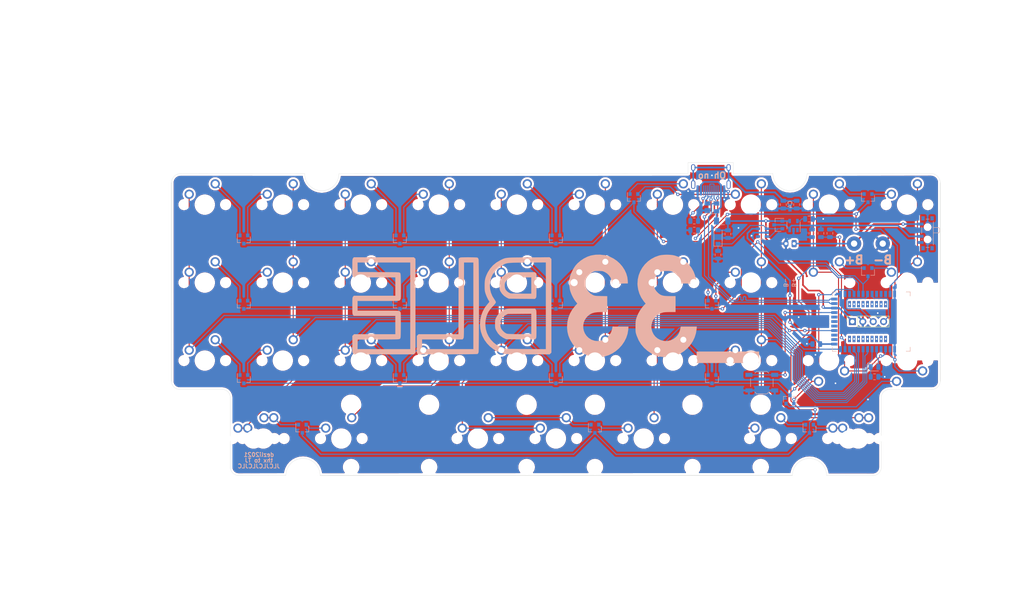
<source format=kicad_pcb>
(kicad_pcb (version 20171130) (host pcbnew "(5.1.4-0)")
  (layers (0 F.Cu signal) (31 B.Cu signal) (34 B.Paste user) (35 F.Paste user) (36 B.SilkS user) (37 F.SilkS user) (38 B.Mask user) (39 F.Mask user) (44 Edge.Cuts user))
  (net 0 "")
  (net 1 "Net-(BT1-Pad1)")
  (net 2 GND)
  (net 3 VBAT)
  (net 4 VDD_NRF)
  (net 5 "Net-(C3-Pad1)")
  (net 6 Earth)
  (net 7 VBUS)
  (net 8 RAW)
  (net 9 D+)
  (net 10 D-)
  (net 11 LED_1)
  (net 12 "Net-(D4-Pad1)")
  (net 13 "Net-(D5-Pad2)")
  (net 14 ROW0)
  (net 15 "Net-(D6-Pad2)")
  (net 16 "Net-(D7-Pad2)")
  (net 17 "Net-(D8-Pad2)")
  (net 18 "Net-(D9-Pad2)")
  (net 19 "Net-(D10-Pad2)")
  (net 20 "Net-(D11-Pad2)")
  (net 21 "Net-(D12-Pad2)")
  (net 22 "Net-(D13-Pad2)")
  (net 23 "Net-(D14-Pad2)")
  (net 24 "Net-(D15-Pad2)")
  (net 25 ROW1)
  (net 26 "Net-(D16-Pad2)")
  (net 27 "Net-(D17-Pad2)")
  (net 28 "Net-(D18-Pad2)")
  (net 29 "Net-(D19-Pad2)")
  (net 30 "Net-(D20-Pad2)")
  (net 31 "Net-(D21-Pad2)")
  (net 32 ROW2)
  (net 33 ROW3)
  (net 34 625ROW)
  (net 35 R125ROW)
  (net 36 SWD)
  (net 37 SWC)
  (net 38 "Net-(R1-Pad2)")
  (net 39 "Net-(R3-Pad2)")
  (net 40 "Net-(R5-Pad2)")
  (net 41 BVOLT)
  (net 42 COL0)
  (net 43 COL1)
  (net 44 COL2)
  (net 45 COL3)
  (net 46 625COL)
  (net 47 COL5)
  (net 48 COL6)
  (net 49 COL7)
  (net 50 COL8)
  (net 51 COL9)
  (net 52 RESET)
  (net 53 "Net-(U1-Pad4)")
  (net 54 "Net-(U3-Pad55)")
  (net 55 "Net-(U3-Pad54)")
  (net 56 "Net-(U3-Pad53)")
  (net 57 "Net-(U3-Pad52)")
  (net 58 "Net-(U3-Pad51)")
  (net 59 "Net-(U3-Pad50)")
  (net 60 "Net-(U3-Pad49)")
  (net 61 "Net-(U3-Pad48)")
  (net 62 "Net-(U3-Pad47)")
  (net 63 "Net-(U3-Pad46)")
  (net 64 "Net-(U3-Pad45)")
  (net 65 "Net-(U3-Pad43)")
  (net 66 "Net-(U3-Pad42)")
  (net 67 "Net-(U3-Pad41)")
  (net 68 "Net-(U3-Pad40)")
  (net 69 "Net-(U3-Pad39)")
  (net 70 "Net-(U3-Pad38)")
  (net 71 "Net-(U3-Pad20)")
  (net 72 "Net-(U3-Pad19)")
  (net 73 "Net-(U3-Pad18)")
  (net 74 "Net-(U3-Pad16)")
  (net 75 "Net-(U3-Pad15)")
  (net 76 "Net-(USB1-Pad3)")
  (net 77 "Net-(USB1-Pad9)")
  (net 78 "Net-(D5-Pad1)")
  (net 79 "Net-(D6-Pad1)")
  (net 80 "Net-(D7-Pad1)")
  (net 81 "Net-(D8-Pad1)")
  (net 82 "Net-(D9-Pad1)")
  (net 83 "Net-(D10-Pad1)")
  (net 84 "Net-(D11-Pad1)")
  (net 85 "Net-(D12-Pad1)")
  (net 86 "Net-(D13-Pad1)")
  (net 87 "Net-(D14-Pad1)")
  (net 88 "Net-(D15-Pad1)")
  (net 89 "Net-(D16-Pad1)")
  (net 90 "Net-(D17-Pad1)")
  (net 91 "Net-(D18-Pad1)")
  (net 92 "Net-(D19-Pad1)")
  (net 93 L125COL)
  (net 94 "Net-(D22-Pad1)")
  (net 95 "Net-(SW37-Pad3)")
  (net 96 "Net-(U2-Pad1)")
  (net 97 "Net-(U3-Pad27)")
  (net 98 "Net-(U3-Pad35)")
  (net 99 "Net-(U3-Pad34)")
  (net 100 "Net-(U3-Pad33)")
  (net 101 "Net-(U3-Pad4)")
  (net 102 "Net-(U3-Pad26)")
  (module MX_Only:MXOnly-1U-NoLED (layer F.Cu) (at 133.35 38.1)
    (fp_text reference SW28)
    (fp_text value SW_Push)
    (pad 2 thru_hole circle (at 2.54 -5.08) (size 2.25 2.25) (drill 1.47) (layers *.Cu B.Mask) (net 49 COL7))
    (pad "" np_thru_hole circle (at 0 0) (size 3.9878 3.9878) (drill 3.9878) (layers *.Cu *.Mask))
    (pad 1 thru_hole circle (at -3.81 -2.54) (size 2.25 2.25) (drill 1.47) (layers *.Cu B.Mask) (net 28 "Net-(D18-Pad2)"))
    (pad "" np_thru_hole circle (at -5.08 0 48.0996) (size 1.75 1.75) (drill 1.75) (layers *.Cu *.Mask))
    (pad "" np_thru_hole circle (at 5.08 0 48.0996) (size 1.75 1.75) (drill 1.75) (layers *.Cu *.Mask))
  )
  (module Keebio-Parts:SW_SPST_TL3342 (layer B.Cu) (at 136 43.5 180)
    (fp_text reference SW41)
    (fp_text value SW_SPST)
    (pad 1 smd rect (at -3.15 1.9 180) (size 1.7 1) (layers B.Cu B.Paste B.Mask) (net 52 RESET))
    (pad 1 smd rect (at 3.15 1.9 180) (size 1.7 1) (layers B.Cu B.Paste B.Mask) (net 52 RESET))
    (pad 2 smd rect (at -3.15 -1.9 180) (size 1.7 1) (layers B.Cu B.Paste B.Mask) (net 2 GND))
    (pad 2 smd rect (at 3.15 -1.9 180) (size 1.7 1) (layers B.Cu B.Paste B.Mask) (net 2 GND))
  )
  (module custom-parts:silk (layer B.Cu) (at 85.725 25.4 180)
    (fp_text reference G*** hide)
    (fp_text value LOGO hide)
  )
  (module Connector_PinSocket_2.54mm:PinSocket_1x04_P2.54mm_Vertical (layer F.Cu) (at 158.115 28.575 90)
    (fp_text reference J1)
    (fp_text value Conn_01x04_Female)
    (pad 4 thru_hole oval (at 0 7.62 90) (size 1.7 1.7) (drill 1) (layers *.Cu *.Mask) (net 36 SWD))
    (pad 3 thru_hole oval (at 0 5.08 90) (size 1.7 1.7) (drill 1) (layers *.Cu *.Mask) (net 37 SWC))
    (pad 2 thru_hole oval (at 0 2.54 90) (size 1.7 1.7) (drill 1) (layers *.Cu *.Mask) (net 2 GND))
    (pad 1 thru_hole rect (at 0 0 90) (size 1.7 1.7) (drill 1) (layers *.Cu *.Mask) (net 7 VBUS))
  )
  (module MX_Only:MXOnly-1U-NoLED (layer F.Cu) (at 38.1 19.05)
    (fp_text reference SW13)
    (fp_text value SW_Push)
    (pad 2 thru_hole circle (at 2.54 -5.08) (size 2.25 2.25) (drill 1.47) (layers *.Cu B.Mask) (net 84 "Net-(D11-Pad1)"))
    (pad "" np_thru_hole circle (at 0 0) (size 3.9878 3.9878) (drill 3.9878) (layers *.Cu *.Mask))
    (pad 1 thru_hole circle (at -3.81 -2.54) (size 2.25 2.25) (drill 1.47) (layers *.Cu B.Mask) (net 44 COL2))
    (pad "" np_thru_hole circle (at -5.08 0 48.0996) (size 1.75 1.75) (drill 1.75) (layers *.Cu *.Mask))
    (pad "" np_thru_hole circle (at 5.08 0 48.0996) (size 1.75 1.75) (drill 1.75) (layers *.Cu *.Mask))
  )
  (module MX_Only:MXOnly-1U-NoLED (layer F.Cu) (at 133.35 19.05)
    (fp_text reference SW18)
    (fp_text value SW_Push)
    (pad 2 thru_hole circle (at 2.54 -5.08) (size 2.25 2.25) (drill 1.47) (layers *.Cu B.Mask) (net 49 COL7))
    (pad "" np_thru_hole circle (at 0 0) (size 3.9878 3.9878) (drill 3.9878) (layers *.Cu *.Mask))
    (pad 1 thru_hole circle (at -3.81 -2.54) (size 2.25 2.25) (drill 1.47) (layers *.Cu B.Mask) (net 22 "Net-(D13-Pad2)"))
    (pad "" np_thru_hole circle (at -5.08 0 48.0996) (size 1.75 1.75) (drill 1.75) (layers *.Cu *.Mask))
    (pad "" np_thru_hole circle (at 5.08 0 48.0996) (size 1.75 1.75) (drill 1.75) (layers *.Cu *.Mask))
  )
  (module MX_Only:MXOnly-1U-NoLED (layer F.Cu) (at 152.4 38.1 180)
    (fp_text reference SW29)
    (fp_text value SW_Push)
    (pad 2 thru_hole circle (at 2.54 -5.08 180) (size 2.25 2.25) (drill 1.47) (layers *.Cu B.Mask) (net 92 "Net-(D19-Pad1)"))
    (pad "" np_thru_hole circle (at 0 0 180) (size 3.9878 3.9878) (drill 3.9878) (layers *.Cu *.Mask))
    (pad 1 thru_hole circle (at -3.81 -2.54 180) (size 2.25 2.25) (drill 1.47) (layers *.Cu B.Mask) (net 50 COL8))
    (pad "" np_thru_hole circle (at -5.08 0 228.0996) (size 1.75 1.75) (drill 1.75) (layers *.Cu *.Mask))
    (pad "" np_thru_hole circle (at 5.08 0 228.0996) (size 1.75 1.75) (drill 1.75) (layers *.Cu *.Mask))
  )
  (module MX_Only:MXOnly-1U-NoLED (layer F.Cu) (at 57.15 19.05)
    (fp_text reference SW14)
    (fp_text value SW_Push)
    (pad 2 thru_hole circle (at 2.54 -5.08) (size 2.25 2.25) (drill 1.47) (layers *.Cu B.Mask) (net 45 COL3))
    (pad "" np_thru_hole circle (at 0 0) (size 3.9878 3.9878) (drill 3.9878) (layers *.Cu *.Mask))
    (pad 1 thru_hole circle (at -3.81 -2.54) (size 2.25 2.25) (drill 1.47) (layers *.Cu B.Mask) (net 20 "Net-(D11-Pad2)"))
    (pad "" np_thru_hole circle (at -5.08 0 48.0996) (size 1.75 1.75) (drill 1.75) (layers *.Cu *.Mask))
    (pad "" np_thru_hole circle (at 5.08 0 48.0996) (size 1.75 1.75) (drill 1.75) (layers *.Cu *.Mask))
  )
  (module MX_Only:MXOnly-1U-NoLED (layer F.Cu) (at 57.15 38.1)
    (fp_text reference SW24)
    (fp_text value SW_Push)
    (pad 2 thru_hole circle (at 2.54 -5.08) (size 2.25 2.25) (drill 1.47) (layers *.Cu B.Mask) (net 45 COL3))
    (pad "" np_thru_hole circle (at 0 0) (size 3.9878 3.9878) (drill 3.9878) (layers *.Cu *.Mask))
    (pad 1 thru_hole circle (at -3.81 -2.54) (size 2.25 2.25) (drill 1.47) (layers *.Cu B.Mask) (net 26 "Net-(D16-Pad2)"))
    (pad "" np_thru_hole circle (at -5.08 0 48.0996) (size 1.75 1.75) (drill 1.75) (layers *.Cu *.Mask))
    (pad "" np_thru_hole circle (at 5.08 0 48.0996) (size 1.75 1.75) (drill 1.75) (layers *.Cu *.Mask))
  )
  (module MX_Only:MXOnly-1U-NoLED (layer F.Cu) (at 38.1 38.1)
    (fp_text reference SW23)
    (fp_text value SW_Push)
    (pad 2 thru_hole circle (at 2.54 -5.08) (size 2.25 2.25) (drill 1.47) (layers *.Cu B.Mask) (net 89 "Net-(D16-Pad1)"))
    (pad "" np_thru_hole circle (at 0 0) (size 3.9878 3.9878) (drill 3.9878) (layers *.Cu *.Mask))
    (pad 1 thru_hole circle (at -3.81 -2.54) (size 2.25 2.25) (drill 1.47) (layers *.Cu B.Mask) (net 44 COL2))
    (pad "" np_thru_hole circle (at -5.08 0 48.0996) (size 1.75 1.75) (drill 1.75) (layers *.Cu *.Mask))
    (pad "" np_thru_hole circle (at 5.08 0 48.0996) (size 1.75 1.75) (drill 1.75) (layers *.Cu *.Mask))
  )
  (module kicad-keyboard-parts:nRF52840_holyiot_18010 (layer B.Cu) (at 162.71875 28.575 90)
    (fp_text reference U3)
    (fp_text value nRF52840_holyiot_18010)
    (pad 55 thru_hole rect (at 4.25 -5.3 270) (size 1.524 0.7) (drill 0.4) (layers *.Cu *.Mask) (net 54 "Net-(U3-Pad55)"))
    (pad 54 thru_hole rect (at 4.25 -4.2 270) (size 1.524 0.7) (drill 0.4) (layers *.Cu *.Mask) (net 55 "Net-(U3-Pad54)"))
    (pad 53 thru_hole rect (at 4.25 -3.1 270) (size 1.524 0.7) (drill 0.4) (layers *.Cu *.Mask) (net 56 "Net-(U3-Pad53)"))
    (pad 52 thru_hole rect (at 4.25 -2 270) (size 1.524 0.7) (drill 0.4) (layers *.Cu *.Mask) (net 57 "Net-(U3-Pad52)"))
    (pad 51 thru_hole rect (at 4.25 -0.9 270) (size 1.524 0.7) (drill 0.4) (layers *.Cu *.Mask) (net 58 "Net-(U3-Pad51)"))
    (pad 50 thru_hole rect (at 4.25 0.2 270) (size 1.524 0.7) (drill 0.4) (layers *.Cu *.Mask) (net 59 "Net-(U3-Pad50)"))
    (pad 49 thru_hole rect (at 4.25 1.3 270) (size 1.524 0.7) (drill 0.4) (layers *.Cu *.Mask) (net 60 "Net-(U3-Pad49)"))
    (pad 48 thru_hole rect (at 4.25 2.4 270) (size 1.524 0.7) (drill 0.4) (layers *.Cu *.Mask) (net 61 "Net-(U3-Pad48)"))
    (pad 47 thru_hole rect (at 4.25 3.5 270) (size 1.524 0.7) (drill 0.4) (layers *.Cu *.Mask) (net 62 "Net-(U3-Pad47)"))
    (pad 46 thru_hole rect (at -4.25 -5.3 270) (size 1.524 0.7) (drill 0.4) (layers *.Cu *.Mask) (net 63 "Net-(U3-Pad46)"))
    (pad 45 thru_hole rect (at -4.25 -4.2 270) (size 1.524 0.7) (drill 0.4) (layers *.Cu *.Mask) (net 64 "Net-(U3-Pad45)"))
    (pad 44 thru_hole rect (at -4.25 -3.1 270) (size 1.524 0.7) (drill 0.4) (layers *.Cu *.Mask))
    (pad 43 thru_hole rect (at -4.25 -2 270) (size 1.524 0.7) (drill 0.4) (layers *.Cu *.Mask) (net 65 "Net-(U3-Pad43)"))
    (pad 42 thru_hole rect (at -4.25 -0.9 270) (size 1.524 0.7) (drill 0.4) (layers *.Cu *.Mask) (net 66 "Net-(U3-Pad42)"))
    (pad 41 thru_hole rect (at -4.25 0.2 270) (size 1.524 0.7) (drill 0.4) (layers *.Cu *.Mask) (net 67 "Net-(U3-Pad41)"))
    (pad 40 thru_hole rect (at -4.25 1.3 270) (size 1.524 0.7) (drill 0.4) (layers *.Cu *.Mask) (net 68 "Net-(U3-Pad40)"))
    (pad 39 thru_hole rect (at -4.25 2.4 270) (size 1.524 0.7) (drill 0.4) (layers *.Cu *.Mask) (net 69 "Net-(U3-Pad39)"))
    (pad 38 thru_hole rect (at -4.25 3.5 270) (size 1.524 0.7) (drill 0.4) (layers *.Cu *.Mask) (net 70 "Net-(U3-Pad38)"))
    (pad 37 smd rect (at 6.75 5.7 270) (size 1.524 0.7) (layers B.Cu B.Paste B.Mask) (net 2 GND))
    (pad 36 smd rect (at 6.75 4.6 270) (size 1.524 0.7) (layers B.Cu B.Paste B.Mask) (net 14 ROW0))
    (pad 35 smd rect (at 6.75 3.5 270) (size 1.524 0.7) (layers B.Cu B.Paste B.Mask) (net 98 "Net-(U3-Pad35)"))
    (pad 34 smd rect (at 6.75 2.4 270) (size 1.524 0.7) (layers B.Cu B.Paste B.Mask) (net 99 "Net-(U3-Pad34)"))
    (pad 33 smd rect (at 6.75 1.3 270) (size 1.524 0.7) (layers B.Cu B.Paste B.Mask) (net 100 "Net-(U3-Pad33)"))
    (pad 32 smd rect (at 6.75 0.2 270) (size 1.524 0.7) (layers B.Cu B.Paste B.Mask) (net 36 SWD))
    (pad 31 smd rect (at 6.75 -0.9 270) (size 1.524 0.7) (layers B.Cu B.Paste B.Mask) (net 37 SWC))
    (pad 30 smd rect (at 6.75 -2 270) (size 1.524 0.7) (layers B.Cu B.Paste B.Mask) (net 25 ROW1))
    (pad 29 smd rect (at 6.75 -3.1 270) (size 1.524 0.7) (layers B.Cu B.Paste B.Mask) (net 33 ROW3))
    (pad 28 smd rect (at 6.75 -4.2 270) (size 1.524 0.7) (layers B.Cu B.Paste B.Mask) (net 32 ROW2))
    (pad 27 smd rect (at 6.75 -5.3 270) (size 1.524 0.7) (layers B.Cu B.Paste B.Mask) (net 97 "Net-(U3-Pad27)"))
    (pad 26 smd rect (at 6.75 -6.4 270) (size 1.524 0.7) (layers B.Cu B.Paste B.Mask) (net 102 "Net-(U3-Pad26)"))
    (pad 25 smd rect (at 6.75 -7.5 270) (size 1.524 0.7) (layers B.Cu B.Paste B.Mask) (net 2 GND))
    (pad 24 smd rect (at 5.5 -9) (size 1.524 0.7) (layers B.Cu B.Paste B.Mask) (net 9 D+))
    (pad 23 smd rect (at 4.4 -9) (size 1.524 0.7) (layers B.Cu B.Paste B.Mask) (net 10 D-))
    (pad 22 smd rect (at 3.3 -9) (size 1.524 0.7) (layers B.Cu B.Paste B.Mask) (net 7 VBUS))
    (pad 21 smd rect (at 2.2 -9) (size 1.524 0.7) (layers B.Cu B.Paste B.Mask) (net 52 RESET))
    (pad 20 smd rect (at 1.1 -9) (size 1.524 0.7) (layers B.Cu B.Paste B.Mask) (net 71 "Net-(U3-Pad20)"))
    (pad 19 smd rect (at 0 -9) (size 1.524 0.7) (layers B.Cu B.Paste B.Mask) (net 72 "Net-(U3-Pad19)"))
    (pad 18 smd rect (at -1.1 -9) (size 1.524 0.7) (layers B.Cu B.Paste B.Mask) (net 73 "Net-(U3-Pad18)"))
    (pad 17 smd rect (at -2.2 -9) (size 1.524 0.7) (layers B.Cu B.Paste B.Mask) (net 42 COL0))
    (pad 16 smd rect (at -3.3 -9) (size 1.524 0.7) (layers B.Cu B.Paste B.Mask) (net 74 "Net-(U3-Pad16)"))
    (pad 15 smd rect (at -4.4 -9) (size 1.524 0.7) (layers B.Cu B.Paste B.Mask) (net 75 "Net-(U3-Pad15)"))
    (pad 14 smd rect (at -5.5 -9) (size 1.524 0.7) (layers B.Cu B.Paste B.Mask) (net 4 VDD_NRF))
    (pad 13 smd rect (at -6.75 -7.5 90) (size 1.524 0.7) (layers B.Cu B.Paste B.Mask) (net 43 COL1))
    (pad 12 smd rect (at -6.75 -6.4 90) (size 1.524 0.7) (layers B.Cu B.Paste B.Mask) (net 41 BVOLT))
    (pad 11 smd rect (at -6.75 -5.3 90) (size 1.524 0.7) (layers B.Cu B.Paste B.Mask) (net 44 COL2))
    (pad 10 smd rect (at -6.75 -4.2 90) (size 1.524 0.7) (layers B.Cu B.Paste B.Mask) (net 45 COL3))
    (pad 9 smd rect (at -6.75 -3.1 90) (size 1.524 0.7) (layers B.Cu B.Paste B.Mask) (net 34 625ROW))
    (pad 8 smd rect (at -6.75 -2 90) (size 1.524 0.7) (layers B.Cu B.Paste B.Mask) (net 47 COL5))
    (pad 7 smd rect (at -6.75 -0.9 90) (size 1.524 0.7) (layers B.Cu B.Paste B.Mask) (net 48 COL6))
    (pad 6 smd rect (at -6.75 0.2 90) (size 1.524 0.7) (layers B.Cu B.Paste B.Mask) (net 49 COL7))
    (pad 5 smd rect (at -6.75 1.3 90) (size 1.524 0.7) (layers B.Cu B.Paste B.Mask) (net 11 LED_1))
    (pad 4 smd rect (at -6.75 2.4 90) (size 1.524 0.7) (layers B.Cu B.Paste B.Mask) (net 101 "Net-(U3-Pad4)"))
    (pad 3 smd rect (at -6.75 3.5 90) (size 1.524 0.7) (layers B.Cu B.Paste B.Mask) (net 50 COL8))
    (pad 2 smd rect (at -6.75 4.6 90) (size 1.524 0.7) (layers B.Cu B.Paste B.Mask) (net 51 COL9))
    (pad 1 smd rect (at -6.75 5.7 90) (size 1.524 0.7) (layers B.Cu B.Paste B.Mask) (net 2 GND))
  )
  (module MX_Only:MXOnly-1U-NoLED (layer F.Cu) (at 171.45 38.1 180)
    (fp_text reference SW30)
    (fp_text value SW_Push)
    (pad 2 thru_hole circle (at 2.54 -5.08 180) (size 2.25 2.25) (drill 1.47) (layers *.Cu B.Mask) (net 29 "Net-(D19-Pad2)"))
    (pad "" np_thru_hole circle (at 0 0 180) (size 3.9878 3.9878) (drill 3.9878) (layers *.Cu *.Mask))
    (pad 1 thru_hole circle (at -3.81 -2.54 180) (size 2.25 2.25) (drill 1.47) (layers *.Cu B.Mask) (net 51 COL9))
    (pad "" np_thru_hole circle (at -5.08 0 228.0996) (size 1.75 1.75) (drill 1.75) (layers *.Cu *.Mask))
    (pad "" np_thru_hole circle (at 5.08 0 228.0996) (size 1.75 1.75) (drill 1.75) (layers *.Cu *.Mask))
  )
  (module MX_Only:MXOnly-1.25U-NoLED (layer F.Cu) (at 138.1125 57.15)
    (fp_text reference SW35)
    (fp_text value SW_Push)
    (pad 2 thru_hole circle (at 2.54 -5.08) (size 2.25 2.25) (drill 1.47) (layers *.Cu B.Mask) (net 94 "Net-(D22-Pad1)"))
    (pad "" np_thru_hole circle (at 0 0) (size 3.9878 3.9878) (drill 3.9878) (layers *.Cu *.Mask))
    (pad 1 thru_hole circle (at -3.81 -2.54) (size 2.25 2.25) (drill 1.47) (layers *.Cu B.Mask) (net 48 COL6))
    (pad "" np_thru_hole circle (at -5.08 0 48.0996) (size 1.75 1.75) (drill 1.75) (layers *.Cu *.Mask))
    (pad "" np_thru_hole circle (at 5.08 0 48.0996) (size 1.75 1.75) (drill 1.75) (layers *.Cu *.Mask))
  )
  (module Package_TO_SOT_SMD:SOT-143 (layer B.Cu) (at 123.825 0.675)
    (fp_text reference D2)
    (fp_text value SR05)
    (pad 4 smd rect (at 1.1 0.95 90) (size 1 1.4) (layers B.Cu B.Paste B.Mask) (net 8 RAW))
    (pad 3 smd rect (at 1.1 -0.95 90) (size 1 1.4) (layers B.Cu B.Paste B.Mask) (net 9 D+))
    (pad 2 smd rect (at -1.1 -0.95 90) (size 1 1.4) (layers B.Cu B.Paste B.Mask) (net 10 D-))
    (pad 1 smd rect (at -1.1 0.77 90) (size 1.2 1.4) (layers B.Cu B.Paste B.Mask) (net 2 GND))
  )
  (module MX_Only:MXOnly-1U-NoLED (layer F.Cu) (at 133.35 0)
    (fp_text reference SW8)
    (fp_text value SW_Push)
    (pad 2 thru_hole circle (at 2.54 -5.08) (size 2.25 2.25) (drill 1.47) (layers *.Cu B.Mask) (net 49 COL7))
    (pad "" np_thru_hole circle (at 0 0) (size 3.9878 3.9878) (drill 3.9878) (layers *.Cu *.Mask))
    (pad 1 thru_hole circle (at -3.81 -2.54) (size 2.25 2.25) (drill 1.47) (layers *.Cu B.Mask) (net 17 "Net-(D8-Pad2)"))
    (pad "" np_thru_hole circle (at -5.08 0 48.0996) (size 1.75 1.75) (drill 1.75) (layers *.Cu *.Mask))
    (pad "" np_thru_hole circle (at 5.08 0 48.0996) (size 1.75 1.75) (drill 1.75) (layers *.Cu *.Mask))
  )
  (module MX_Only:MXOnly-1U-NoLED (layer F.Cu) (at 171.45 19.05)
    (fp_text reference SW20)
    (fp_text value SW_Push)
    (pad 2 thru_hole circle (at 2.54 -5.08) (size 2.25 2.25) (drill 1.47) (layers *.Cu B.Mask) (net 51 COL9))
    (pad "" np_thru_hole circle (at 0 0) (size 3.9878 3.9878) (drill 3.9878) (layers *.Cu *.Mask))
    (pad 1 thru_hole circle (at -3.81 -2.54) (size 2.25 2.25) (drill 1.47) (layers *.Cu B.Mask) (net 23 "Net-(D14-Pad2)"))
    (pad "" np_thru_hole circle (at -5.08 0 48.0996) (size 1.75 1.75) (drill 1.75) (layers *.Cu *.Mask))
    (pad "" np_thru_hole circle (at 5.08 0 48.0996) (size 1.75 1.75) (drill 1.75) (layers *.Cu *.Mask))
  )
  (module Package_TO_SOT_SMD:SOT-23 (layer B.Cu) (at 104.775 -1.5875 270)
    (fp_text reference D8)
    (fp_text value BAV70)
    (pad 3 smd rect (at 1 0 270) (size 0.9 0.8) (layers B.Cu B.Paste B.Mask) (net 14 ROW0))
    (pad 2 smd rect (at -1 -0.95 270) (size 0.9 0.8) (layers B.Cu B.Paste B.Mask) (net 17 "Net-(D8-Pad2)"))
    (pad 1 smd rect (at -1 0.95 270) (size 0.9 0.8) (layers B.Cu B.Paste B.Mask) (net 81 "Net-(D8-Pad1)"))
  )
  (module MX_Only:MXOnly-1U-NoLED (layer F.Cu) (at 114.3 0)
    (fp_text reference SW7)
    (fp_text value SW_Push)
    (pad 2 thru_hole circle (at 2.54 -5.08) (size 2.25 2.25) (drill 1.47) (layers *.Cu B.Mask) (net 81 "Net-(D8-Pad1)"))
    (pad "" np_thru_hole circle (at 0 0) (size 3.9878 3.9878) (drill 3.9878) (layers *.Cu *.Mask))
    (pad 1 thru_hole circle (at -3.81 -2.54) (size 2.25 2.25) (drill 1.47) (layers *.Cu B.Mask) (net 48 COL6))
    (pad "" np_thru_hole circle (at -5.08 0 48.0996) (size 1.75 1.75) (drill 1.75) (layers *.Cu *.Mask))
    (pad "" np_thru_hole circle (at 5.08 0 48.0996) (size 1.75 1.75) (drill 1.75) (layers *.Cu *.Mask))
  )
  (module custom-parts:custombatteryconnector (layer B.Cu) (at 161.925 9.525)
    (fp_text reference BT2)
    (fp_text value Battery_Cell)
    (pad 2 thru_hole circle (at 3.6 0) (size 3.5 3.5) (drill 1.55) (layers *.Cu *.Mask) (net 2 GND))
    (pad 1 thru_hole circle (at -3.4 0) (size 3.5 3.5) (drill 1.55) (layers *.Cu *.Mask) (net 1 "Net-(BT1-Pad1)"))
  )
  (module Capacitor_SMD:C_0805_2012Metric (layer B.Cu) (at 141.25 0 90)
    (fp_text reference C4 (at 0 1.65 90) (layer B.SilkS) (effects (justify mirror)))
    (fp_text value 4.7n)
    (pad 2 smd roundrect (at 0.9375 0 90) (size 0.975 1.4) (layers B.Cu B.Paste B.Mask) (net 6 Earth))
    (pad 1 smd roundrect (at -0.9375 0 90) (size 0.975 1.4) (layers B.Cu B.Paste B.Mask) (net 2 GND))
  )
  (module Button_Switch_SMD:SW_SPDT_PCM12 (layer B.Cu) (at 176.15 7 270)
    (fp_text reference SW37)
    (fp_text value SW_SPDT)
    (pad "" smd rect (at -3.65 0.78 270) (size 1 0.8) (layers B.Cu B.Paste B.Mask))
    (pad "" smd rect (at 3.65 0.78 270) (size 1 0.8) (layers B.Cu B.Paste B.Mask))
    (pad "" smd rect (at 3.65 -1.43 270) (size 1 0.8) (layers B.Cu B.Paste B.Mask))
    (pad "" smd rect (at -3.65 -1.43 270) (size 1 0.8) (layers B.Cu B.Paste B.Mask))
    (pad 3 smd rect (at 2.25 1.43 270) (size 0.7 1.5) (layers B.Cu B.Paste B.Mask) (net 95 "Net-(SW37-Pad3)"))
    (pad 2 smd rect (at 0.75 1.43 270) (size 0.7 1.5) (layers B.Cu B.Paste B.Mask) (net 3 VBAT))
    (pad 1 smd rect (at -2.25 1.43 270) (size 0.7 1.5) (layers B.Cu B.Paste B.Mask) (net 1 "Net-(BT1-Pad1)"))
    (pad "" np_thru_hole circle (at 1.5 -0.33 270) (size 0.9 0.9) (drill 0.9) (layers *.Cu *.Mask))
    (pad "" np_thru_hole circle (at -1.5 -0.33 270) (size 0.9 0.9) (drill 0.9) (layers *.Cu *.Mask))
  )
  (module MX_Only:MXOnly-2.25U-ReversedStabilizers-NoLED (layer F.Cu) (at 66.675 57.15)
    (fp_text reference SW33)
    (fp_text value SW_Push)
    (pad 2 thru_hole circle (at 2.54 -5.08) (size 2.25 2.25) (drill 1.47) (layers *.Cu B.Mask) (net 46 625COL))
    (pad "" np_thru_hole circle (at 0 0) (size 3.9878 3.9878) (drill 3.9878) (layers *.Cu *.Mask))
    (pad 1 thru_hole circle (at -3.81 -2.54) (size 2.25 2.25) (drill 1.47) (layers *.Cu B.Mask) (net 34 625ROW))
    (pad "" np_thru_hole circle (at -5.08 0 48.0996) (size 1.75 1.75) (drill 1.75) (layers *.Cu *.Mask))
    (pad "" np_thru_hole circle (at 5.08 0 48.0996) (size 1.75 1.75) (drill 1.75) (layers *.Cu *.Mask))
    (pad "" np_thru_hole circle (at -11.90625 6.985) (size 3.048 3.048) (drill 3.048) (layers *.Cu *.Mask))
    (pad "" np_thru_hole circle (at 11.90625 6.985) (size 3.048 3.048) (drill 3.048) (layers *.Cu *.Mask))
    (pad "" np_thru_hole circle (at -11.90625 -8.255) (size 3.9878 3.9878) (drill 3.9878) (layers *.Cu *.Mask))
    (pad "" np_thru_hole circle (at 11.90625 -8.255) (size 3.9878 3.9878) (drill 3.9878) (layers *.Cu *.Mask))
  )
  (module MX_Only:MXOnly-1.25U-NoLED (layer F.Cu) (at 157.1625 57.15)
    (fp_text reference SW40)
    (fp_text value SW_Push)
    (pad 2 thru_hole circle (at 2.54 -5.08) (size 2.25 2.25) (drill 1.47) (layers *.Cu B.Mask) (net 49 COL7))
    (pad "" np_thru_hole circle (at 0 0) (size 3.9878 3.9878) (drill 3.9878) (layers *.Cu *.Mask))
    (pad 1 thru_hole circle (at -3.81 -2.54) (size 2.25 2.25) (drill 1.47) (layers *.Cu B.Mask) (net 35 R125ROW))
    (pad "" np_thru_hole circle (at -5.08 0 48.0996) (size 1.75 1.75) (drill 1.75) (layers *.Cu *.Mask))
    (pad "" np_thru_hole circle (at 5.08 0 48.0996) (size 1.75 1.75) (drill 1.75) (layers *.Cu *.Mask))
  )
  (module MX_Only:MXOnly-6.25U-ReversedStabilizers-NoLED (layer F.Cu) (at 85.725 57.15)
    (fp_text reference SW39)
    (fp_text value SW_Push)
    (pad 2 thru_hole circle (at 2.54 -5.08) (size 2.25 2.25) (drill 1.47) (layers *.Cu B.Mask) (net 46 625COL))
    (pad "" np_thru_hole circle (at 0 0) (size 3.9878 3.9878) (drill 3.9878) (layers *.Cu *.Mask))
    (pad 1 thru_hole circle (at -3.81 -2.54) (size 2.25 2.25) (drill 1.47) (layers *.Cu B.Mask) (net 34 625ROW))
    (pad "" np_thru_hole circle (at -5.08 0 48.0996) (size 1.75 1.75) (drill 1.75) (layers *.Cu *.Mask))
    (pad "" np_thru_hole circle (at 5.08 0 48.0996) (size 1.75 1.75) (drill 1.75) (layers *.Cu *.Mask))
    (pad "" np_thru_hole circle (at -49.9999 6.985) (size 3.048 3.048) (drill 3.048) (layers *.Cu *.Mask))
    (pad "" np_thru_hole circle (at 49.9999 6.985) (size 3.048 3.048) (drill 3.048) (layers *.Cu *.Mask))
    (pad "" np_thru_hole circle (at -49.9999 -8.255) (size 3.9878 3.9878) (drill 3.9878) (layers *.Cu *.Mask))
    (pad "" np_thru_hole circle (at 49.9999 -8.255) (size 3.9878 3.9878) (drill 3.9878) (layers *.Cu *.Mask))
  )
  (module MX_Only:MXOnly-1.25U-NoLED (layer F.Cu) (at 14.2875 57.15)
    (fp_text reference SW38)
    (fp_text value SW_Push)
    (pad 2 thru_hole circle (at 2.54 -5.08) (size 2.25 2.25) (drill 1.47) (layers *.Cu B.Mask) (net 93 L125COL))
    (pad "" np_thru_hole circle (at 0 0) (size 3.9878 3.9878) (drill 3.9878) (layers *.Cu *.Mask))
    (pad 1 thru_hole circle (at -3.81 -2.54) (size 2.25 2.25) (drill 1.47) (layers *.Cu B.Mask) (net 44 COL2))
    (pad "" np_thru_hole circle (at -5.08 0 48.0996) (size 1.75 1.75) (drill 1.75) (layers *.Cu *.Mask))
    (pad "" np_thru_hole circle (at 5.08 0 48.0996) (size 1.75 1.75) (drill 1.75) (layers *.Cu *.Mask))
  )
  (module MX_Only:MXOnly-1U-NoLED (layer F.Cu) (at 159.54375 57.15)
    (fp_text reference SW36)
    (fp_text value SW_Push)
    (pad 2 thru_hole circle (at 2.54 -5.08) (size 2.25 2.25) (drill 1.47) (layers *.Cu B.Mask) (net 49 COL7))
    (pad "" np_thru_hole circle (at 0 0) (size 3.9878 3.9878) (drill 3.9878) (layers *.Cu *.Mask))
    (pad 1 thru_hole circle (at -3.81 -2.54) (size 2.25 2.25) (drill 1.47) (layers *.Cu B.Mask) (net 35 R125ROW))
    (pad "" np_thru_hole circle (at -5.08 0 48.0996) (size 1.75 1.75) (drill 1.75) (layers *.Cu *.Mask))
    (pad "" np_thru_hole circle (at 5.08 0 48.0996) (size 1.75 1.75) (drill 1.75) (layers *.Cu *.Mask))
  )
  (module MX_Only:MXOnly-2U-ReversedStabilizers-NoLED (layer F.Cu) (at 107.15625 57.15)
    (fp_text reference SW34)
    (fp_text value SW_Push)
    (pad 2 thru_hole circle (at 2.54 -5.08) (size 2.25 2.25) (drill 1.47) (layers *.Cu B.Mask) (net 47 COL5))
    (pad "" np_thru_hole circle (at 0 0) (size 3.9878 3.9878) (drill 3.9878) (layers *.Cu *.Mask))
    (pad 1 thru_hole circle (at -3.81 -2.54) (size 2.25 2.25) (drill 1.47) (layers *.Cu B.Mask) (net 31 "Net-(D21-Pad2)"))
    (pad "" np_thru_hole circle (at -5.08 0 48.0996) (size 1.75 1.75) (drill 1.75) (layers *.Cu *.Mask))
    (pad "" np_thru_hole circle (at 5.08 0 48.0996) (size 1.75 1.75) (drill 1.75) (layers *.Cu *.Mask))
    (pad "" np_thru_hole circle (at -11.90625 6.985) (size 3.048 3.048) (drill 3.048) (layers *.Cu *.Mask))
    (pad "" np_thru_hole circle (at 11.90625 6.985) (size 3.048 3.048) (drill 3.048) (layers *.Cu *.Mask))
    (pad "" np_thru_hole circle (at -11.90625 -8.255) (size 3.9878 3.9878) (drill 3.9878) (layers *.Cu *.Mask))
    (pad "" np_thru_hole circle (at 11.90625 -8.255) (size 3.9878 3.9878) (drill 3.9878) (layers *.Cu *.Mask))
  )
  (module MX_Only:MXOnly-1.25U-NoLED (layer F.Cu) (at 33.3375 57.15)
    (fp_text reference SW32)
    (fp_text value SW_Push)
    (pad 2 thru_hole circle (at 2.54 -5.08) (size 2.25 2.25) (drill 1.47) (layers *.Cu B.Mask) (net 45 COL3))
    (pad "" np_thru_hole circle (at 0 0) (size 3.9878 3.9878) (drill 3.9878) (layers *.Cu *.Mask))
    (pad 1 thru_hole circle (at -3.81 -2.54) (size 2.25 2.25) (drill 1.47) (layers *.Cu B.Mask) (net 30 "Net-(D20-Pad2)"))
    (pad "" np_thru_hole circle (at -5.08 0 48.0996) (size 1.75 1.75) (drill 1.75) (layers *.Cu *.Mask))
    (pad "" np_thru_hole circle (at 5.08 0 48.0996) (size 1.75 1.75) (drill 1.75) (layers *.Cu *.Mask))
  )
  (module MX_Only:MXOnly-1U-NoLED (layer F.Cu) (at 11.90625 57.15)
    (fp_text reference SW31)
    (fp_text value SW_Push)
    (pad 2 thru_hole circle (at 2.54 -5.08) (size 2.25 2.25) (drill 1.47) (layers *.Cu B.Mask) (net 93 L125COL))
    (pad "" np_thru_hole circle (at 0 0) (size 3.9878 3.9878) (drill 3.9878) (layers *.Cu *.Mask))
    (pad 1 thru_hole circle (at -3.81 -2.54) (size 2.25 2.25) (drill 1.47) (layers *.Cu B.Mask) (net 44 COL2))
    (pad "" np_thru_hole circle (at -5.08 0 48.0996) (size 1.75 1.75) (drill 1.75) (layers *.Cu *.Mask))
    (pad "" np_thru_hole circle (at 5.08 0 48.0996) (size 1.75 1.75) (drill 1.75) (layers *.Cu *.Mask))
  )
  (module MX_Only:MXOnly-1U-NoLED (layer F.Cu) (at 114.3 38.1)
    (fp_text reference SW27)
    (fp_text value SW_Push)
    (pad 2 thru_hole circle (at 2.54 -5.08) (size 2.25 2.25) (drill 1.47) (layers *.Cu B.Mask) (net 91 "Net-(D18-Pad1)"))
    (pad "" np_thru_hole circle (at 0 0) (size 3.9878 3.9878) (drill 3.9878) (layers *.Cu *.Mask))
    (pad 1 thru_hole circle (at -3.81 -2.54) (size 2.25 2.25) (drill 1.47) (layers *.Cu B.Mask) (net 48 COL6))
    (pad "" np_thru_hole circle (at -5.08 0 48.0996) (size 1.75 1.75) (drill 1.75) (layers *.Cu *.Mask))
    (pad "" np_thru_hole circle (at 5.08 0 48.0996) (size 1.75 1.75) (drill 1.75) (layers *.Cu *.Mask))
  )
  (module MX_Only:MXOnly-1U-NoLED (layer F.Cu) (at 95.25 38.1)
    (fp_text reference SW26)
    (fp_text value SW_Push)
    (pad 2 thru_hole circle (at 2.54 -5.08) (size 2.25 2.25) (drill 1.47) (layers *.Cu B.Mask) (net 47 COL5))
    (pad "" np_thru_hole circle (at 0 0) (size 3.9878 3.9878) (drill 3.9878) (layers *.Cu *.Mask))
    (pad 1 thru_hole circle (at -3.81 -2.54) (size 2.25 2.25) (drill 1.47) (layers *.Cu B.Mask) (net 27 "Net-(D17-Pad2)"))
    (pad "" np_thru_hole circle (at -5.08 0 48.0996) (size 1.75 1.75) (drill 1.75) (layers *.Cu *.Mask))
    (pad "" np_thru_hole circle (at 5.08 0 48.0996) (size 1.75 1.75) (drill 1.75) (layers *.Cu *.Mask))
  )
  (module MX_Only:MXOnly-1U-NoLED (layer F.Cu) (at 76.2 38.1)
    (fp_text reference SW25)
    (fp_text value SW_Push)
    (pad 2 thru_hole circle (at 2.54 -5.08) (size 2.25 2.25) (drill 1.47) (layers *.Cu B.Mask) (net 90 "Net-(D17-Pad1)"))
    (pad "" np_thru_hole circle (at 0 0) (size 3.9878 3.9878) (drill 3.9878) (layers *.Cu *.Mask))
    (pad 1 thru_hole circle (at -3.81 -2.54) (size 2.25 2.25) (drill 1.47) (layers *.Cu B.Mask) (net 34 625ROW))
    (pad "" np_thru_hole circle (at -5.08 0 48.0996) (size 1.75 1.75) (drill 1.75) (layers *.Cu *.Mask))
    (pad "" np_thru_hole circle (at 5.08 0 48.0996) (size 1.75 1.75) (drill 1.75) (layers *.Cu *.Mask))
  )
  (module MX_Only:MXOnly-1U-NoLED (layer F.Cu) (at 19.05 38.1)
    (fp_text reference SW22)
    (fp_text value SW_Push)
    (pad 2 thru_hole circle (at 2.54 -5.08) (size 2.25 2.25) (drill 1.47) (layers *.Cu B.Mask) (net 43 COL1))
    (pad "" np_thru_hole circle (at 0 0) (size 3.9878 3.9878) (drill 3.9878) (layers *.Cu *.Mask))
    (pad 1 thru_hole circle (at -3.81 -2.54) (size 2.25 2.25) (drill 1.47) (layers *.Cu B.Mask) (net 24 "Net-(D15-Pad2)"))
    (pad "" np_thru_hole circle (at -5.08 0 48.0996) (size 1.75 1.75) (drill 1.75) (layers *.Cu *.Mask))
    (pad "" np_thru_hole circle (at 5.08 0 48.0996) (size 1.75 1.75) (drill 1.75) (layers *.Cu *.Mask))
  )
  (module MX_Only:MXOnly-1U-NoLED (layer F.Cu) (at 0 38.1)
    (fp_text reference SW21)
    (fp_text value SW_Push)
    (pad 2 thru_hole circle (at 2.54 -5.08) (size 2.25 2.25) (drill 1.47) (layers *.Cu B.Mask) (net 88 "Net-(D15-Pad1)"))
    (pad "" np_thru_hole circle (at 0 0) (size 3.9878 3.9878) (drill 3.9878) (layers *.Cu *.Mask))
    (pad 1 thru_hole circle (at -3.81 -2.54) (size 2.25 2.25) (drill 1.47) (layers *.Cu B.Mask) (net 42 COL0))
    (pad "" np_thru_hole circle (at -5.08 0 48.0996) (size 1.75 1.75) (drill 1.75) (layers *.Cu *.Mask))
    (pad "" np_thru_hole circle (at 5.08 0 48.0996) (size 1.75 1.75) (drill 1.75) (layers *.Cu *.Mask))
  )
  (module MX_Only:MXOnly-1U-NoLED (layer F.Cu) (at 152.4 19.05)
    (fp_text reference SW19)
    (fp_text value SW_Push)
    (pad 2 thru_hole circle (at 2.54 -5.08) (size 2.25 2.25) (drill 1.47) (layers *.Cu B.Mask) (net 87 "Net-(D14-Pad1)"))
    (pad "" np_thru_hole circle (at 0 0) (size 3.9878 3.9878) (drill 3.9878) (layers *.Cu *.Mask))
    (pad 1 thru_hole circle (at -3.81 -2.54) (size 2.25 2.25) (drill 1.47) (layers *.Cu B.Mask) (net 50 COL8))
    (pad "" np_thru_hole circle (at -5.08 0 48.0996) (size 1.75 1.75) (drill 1.75) (layers *.Cu *.Mask))
    (pad "" np_thru_hole circle (at 5.08 0 48.0996) (size 1.75 1.75) (drill 1.75) (layers *.Cu *.Mask))
  )
  (module MX_Only:MXOnly-1U-NoLED (layer F.Cu) (at 114.3 19.05)
    (fp_text reference SW17)
    (fp_text value SW_Push)
    (pad 2 thru_hole circle (at 2.54 -5.08) (size 2.25 2.25) (drill 1.47) (layers *.Cu B.Mask) (net 86 "Net-(D13-Pad1)"))
    (pad "" np_thru_hole circle (at 0 0) (size 3.9878 3.9878) (drill 3.9878) (layers *.Cu *.Mask))
    (pad 1 thru_hole circle (at -3.81 -2.54) (size 2.25 2.25) (drill 1.47) (layers *.Cu B.Mask) (net 48 COL6))
    (pad "" np_thru_hole circle (at -5.08 0 48.0996) (size 1.75 1.75) (drill 1.75) (layers *.Cu *.Mask))
    (pad "" np_thru_hole circle (at 5.08 0 48.0996) (size 1.75 1.75) (drill 1.75) (layers *.Cu *.Mask))
  )
  (module MX_Only:MXOnly-1U-NoLED (layer F.Cu) (at 95.25 19.05)
    (fp_text reference SW16)
    (fp_text value SW_Push)
    (pad 2 thru_hole circle (at 2.54 -5.08) (size 2.25 2.25) (drill 1.47) (layers *.Cu B.Mask) (net 47 COL5))
    (pad "" np_thru_hole circle (at 0 0) (size 3.9878 3.9878) (drill 3.9878) (layers *.Cu *.Mask))
    (pad 1 thru_hole circle (at -3.81 -2.54) (size 2.25 2.25) (drill 1.47) (layers *.Cu B.Mask) (net 21 "Net-(D12-Pad2)"))
    (pad "" np_thru_hole circle (at -5.08 0 48.0996) (size 1.75 1.75) (drill 1.75) (layers *.Cu *.Mask))
    (pad "" np_thru_hole circle (at 5.08 0 48.0996) (size 1.75 1.75) (drill 1.75) (layers *.Cu *.Mask))
  )
  (module MX_Only:MXOnly-1U-NoLED (layer F.Cu) (at 76.2 19.05)
    (fp_text reference SW15)
    (fp_text value SW_Push)
    (pad 2 thru_hole circle (at 2.54 -5.08) (size 2.25 2.25) (drill 1.47) (layers *.Cu B.Mask) (net 85 "Net-(D12-Pad1)"))
    (pad "" np_thru_hole circle (at 0 0) (size 3.9878 3.9878) (drill 3.9878) (layers *.Cu *.Mask))
    (pad 1 thru_hole circle (at -3.81 -2.54) (size 2.25 2.25) (drill 1.47) (layers *.Cu B.Mask) (net 34 625ROW))
    (pad "" np_thru_hole circle (at -5.08 0 48.0996) (size 1.75 1.75) (drill 1.75) (layers *.Cu *.Mask))
    (pad "" np_thru_hole circle (at 5.08 0 48.0996) (size 1.75 1.75) (drill 1.75) (layers *.Cu *.Mask))
  )
  (module MX_Only:MXOnly-1U-NoLED (layer F.Cu) (at 19.05 19.05)
    (fp_text reference SW12)
    (fp_text value SW_Push)
    (pad 2 thru_hole circle (at 2.54 -5.08) (size 2.25 2.25) (drill 1.47) (layers *.Cu B.Mask) (net 43 COL1))
    (pad "" np_thru_hole circle (at 0 0) (size 3.9878 3.9878) (drill 3.9878) (layers *.Cu *.Mask))
    (pad 1 thru_hole circle (at -3.81 -2.54) (size 2.25 2.25) (drill 1.47) (layers *.Cu B.Mask) (net 19 "Net-(D10-Pad2)"))
    (pad "" np_thru_hole circle (at -5.08 0 48.0996) (size 1.75 1.75) (drill 1.75) (layers *.Cu *.Mask))
    (pad "" np_thru_hole circle (at 5.08 0 48.0996) (size 1.75 1.75) (drill 1.75) (layers *.Cu *.Mask))
  )
  (module MX_Only:MXOnly-1U-NoLED (layer F.Cu) (at 0 19.05)
    (fp_text reference SW11)
    (fp_text value SW_Push)
    (pad 2 thru_hole circle (at 2.54 -5.08) (size 2.25 2.25) (drill 1.47) (layers *.Cu B.Mask) (net 83 "Net-(D10-Pad1)"))
    (pad "" np_thru_hole circle (at 0 0) (size 3.9878 3.9878) (drill 3.9878) (layers *.Cu *.Mask))
    (pad 1 thru_hole circle (at -3.81 -2.54) (size 2.25 2.25) (drill 1.47) (layers *.Cu B.Mask) (net 42 COL0))
    (pad "" np_thru_hole circle (at -5.08 0 48.0996) (size 1.75 1.75) (drill 1.75) (layers *.Cu *.Mask))
    (pad "" np_thru_hole circle (at 5.08 0 48.0996) (size 1.75 1.75) (drill 1.75) (layers *.Cu *.Mask))
  )
  (module MX_Only:MXOnly-1U-NoLED (layer F.Cu) (at 171.45 0)
    (fp_text reference SW10)
    (fp_text value SW_Push)
    (pad 2 thru_hole circle (at 2.54 -5.08) (size 2.25 2.25) (drill 1.47) (layers *.Cu B.Mask) (net 51 COL9))
    (pad "" np_thru_hole circle (at 0 0) (size 3.9878 3.9878) (drill 3.9878) (layers *.Cu *.Mask))
    (pad 1 thru_hole circle (at -3.81 -2.54) (size 2.25 2.25) (drill 1.47) (layers *.Cu B.Mask) (net 18 "Net-(D9-Pad2)"))
    (pad "" np_thru_hole circle (at -5.08 0 48.0996) (size 1.75 1.75) (drill 1.75) (layers *.Cu *.Mask))
    (pad "" np_thru_hole circle (at 5.08 0 48.0996) (size 1.75 1.75) (drill 1.75) (layers *.Cu *.Mask))
  )
  (module MX_Only:MXOnly-1U-NoLED (layer F.Cu) (at 152.4 0)
    (fp_text reference SW9)
    (fp_text value SW_Push)
    (pad 2 thru_hole circle (at 2.54 -5.08) (size 2.25 2.25) (drill 1.47) (layers *.Cu B.Mask) (net 82 "Net-(D9-Pad1)"))
    (pad "" np_thru_hole circle (at 0 0) (size 3.9878 3.9878) (drill 3.9878) (layers *.Cu *.Mask))
    (pad 1 thru_hole circle (at -3.81 -2.54) (size 2.25 2.25) (drill 1.47) (layers *.Cu B.Mask) (net 50 COL8))
    (pad "" np_thru_hole circle (at -5.08 0 48.0996) (size 1.75 1.75) (drill 1.75) (layers *.Cu *.Mask))
    (pad "" np_thru_hole circle (at 5.08 0 48.0996) (size 1.75 1.75) (drill 1.75) (layers *.Cu *.Mask))
  )
  (module MX_Only:MXOnly-1U-NoLED (layer F.Cu) (at 95.25 0)
    (fp_text reference SW6)
    (fp_text value SW_Push)
    (pad 2 thru_hole circle (at 2.54 -5.08) (size 2.25 2.25) (drill 1.47) (layers *.Cu B.Mask) (net 47 COL5))
    (pad "" np_thru_hole circle (at 0 0) (size 3.9878 3.9878) (drill 3.9878) (layers *.Cu *.Mask))
    (pad 1 thru_hole circle (at -3.81 -2.54) (size 2.25 2.25) (drill 1.47) (layers *.Cu B.Mask) (net 16 "Net-(D7-Pad2)"))
    (pad "" np_thru_hole circle (at -5.08 0 48.0996) (size 1.75 1.75) (drill 1.75) (layers *.Cu *.Mask))
    (pad "" np_thru_hole circle (at 5.08 0 48.0996) (size 1.75 1.75) (drill 1.75) (layers *.Cu *.Mask))
  )
  (module MX_Only:MXOnly-1U-NoLED (layer F.Cu) (at 76.2 0)
    (fp_text reference SW5)
    (fp_text value SW_Push)
    (pad 2 thru_hole circle (at 2.54 -5.08) (size 2.25 2.25) (drill 1.47) (layers *.Cu B.Mask) (net 80 "Net-(D7-Pad1)"))
    (pad "" np_thru_hole circle (at 0 0) (size 3.9878 3.9878) (drill 3.9878) (layers *.Cu *.Mask))
    (pad 1 thru_hole circle (at -3.81 -2.54) (size 2.25 2.25) (drill 1.47) (layers *.Cu B.Mask) (net 34 625ROW))
    (pad "" np_thru_hole circle (at -5.08 0 48.0996) (size 1.75 1.75) (drill 1.75) (layers *.Cu *.Mask))
    (pad "" np_thru_hole circle (at 5.08 0 48.0996) (size 1.75 1.75) (drill 1.75) (layers *.Cu *.Mask))
  )
  (module MX_Only:MXOnly-1U-NoLED (layer F.Cu) (at 57.15 0)
    (fp_text reference SW4)
    (fp_text value SW_Push)
    (pad 2 thru_hole circle (at 2.54 -5.08) (size 2.25 2.25) (drill 1.47) (layers *.Cu B.Mask) (net 45 COL3))
    (pad "" np_thru_hole circle (at 0 0) (size 3.9878 3.9878) (drill 3.9878) (layers *.Cu *.Mask))
    (pad 1 thru_hole circle (at -3.81 -2.54) (size 2.25 2.25) (drill 1.47) (layers *.Cu B.Mask) (net 15 "Net-(D6-Pad2)"))
    (pad "" np_thru_hole circle (at -5.08 0 48.0996) (size 1.75 1.75) (drill 1.75) (layers *.Cu *.Mask))
    (pad "" np_thru_hole circle (at 5.08 0 48.0996) (size 1.75 1.75) (drill 1.75) (layers *.Cu *.Mask))
  )
  (module MX_Only:MXOnly-1U-NoLED (layer F.Cu) (at 38.1 0)
    (fp_text reference SW3)
    (fp_text value SW_Push)
    (pad 2 thru_hole circle (at 2.54 -5.08) (size 2.25 2.25) (drill 1.47) (layers *.Cu B.Mask) (net 79 "Net-(D6-Pad1)"))
    (pad "" np_thru_hole circle (at 0 0) (size 3.9878 3.9878) (drill 3.9878) (layers *.Cu *.Mask))
    (pad 1 thru_hole circle (at -3.81 -2.54) (size 2.25 2.25) (drill 1.47) (layers *.Cu B.Mask) (net 44 COL2))
    (pad "" np_thru_hole circle (at -5.08 0 48.0996) (size 1.75 1.75) (drill 1.75) (layers *.Cu *.Mask))
    (pad "" np_thru_hole circle (at 5.08 0 48.0996) (size 1.75 1.75) (drill 1.75) (layers *.Cu *.Mask))
  )
  (module MX_Only:MXOnly-1U-NoLED (layer F.Cu) (at 19.05 0)
    (fp_text reference SW2)
    (fp_text value SW_Push)
    (pad 2 thru_hole circle (at 2.54 -5.08) (size 2.25 2.25) (drill 1.47) (layers *.Cu B.Mask) (net 43 COL1))
    (pad "" np_thru_hole circle (at 0 0) (size 3.9878 3.9878) (drill 3.9878) (layers *.Cu *.Mask))
    (pad 1 thru_hole circle (at -3.81 -2.54) (size 2.25 2.25) (drill 1.47) (layers *.Cu B.Mask) (net 13 "Net-(D5-Pad2)"))
    (pad "" np_thru_hole circle (at -5.08 0 48.0996) (size 1.75 1.75) (drill 1.75) (layers *.Cu *.Mask))
    (pad "" np_thru_hole circle (at 5.08 0 48.0996) (size 1.75 1.75) (drill 1.75) (layers *.Cu *.Mask))
  )
  (module MX_Only:MXOnly-1U-NoLED (layer F.Cu) (at 0 0)
    (fp_text reference SW1)
    (fp_text value SW_Push)
    (pad 2 thru_hole circle (at 2.54 -5.08) (size 2.25 2.25) (drill 1.47) (layers *.Cu B.Mask) (net 78 "Net-(D5-Pad1)"))
    (pad "" np_thru_hole circle (at 0 0) (size 3.9878 3.9878) (drill 3.9878) (layers *.Cu *.Mask))
    (pad 1 thru_hole circle (at -3.81 -2.54) (size 2.25 2.25) (drill 1.47) (layers *.Cu B.Mask) (net 42 COL0))
    (pad "" np_thru_hole circle (at -5.08 0 48.0996) (size 1.75 1.75) (drill 1.75) (layers *.Cu *.Mask))
    (pad "" np_thru_hole circle (at 5.08 0 48.0996) (size 1.75 1.75) (drill 1.75) (layers *.Cu *.Mask))
  )
  (module Package_TO_SOT_SMD:SOT-23 (layer B.Cu) (at 147.6375 54.76875 270)
    (fp_text reference D22)
    (fp_text value BAV70)
    (pad 3 smd rect (at 1 0 270) (size 0.9 0.8) (layers B.Cu B.Paste B.Mask) (net 33 ROW3))
    (pad 2 smd rect (at -1 -0.95 270) (size 0.9 0.8) (layers B.Cu B.Paste B.Mask) (net 35 R125ROW))
    (pad 1 smd rect (at -1 0.95 270) (size 0.9 0.8) (layers B.Cu B.Paste B.Mask) (net 94 "Net-(D22-Pad1)"))
  )
  (module Package_TO_SOT_SMD:SOT-23 (layer B.Cu) (at 95.25 54.76875 270)
    (fp_text reference D21)
    (fp_text value BAV70)
    (pad 3 smd rect (at 1 0 270) (size 0.9 0.8) (layers B.Cu B.Paste B.Mask) (net 33 ROW3))
    (pad 2 smd rect (at -1 -0.95 270) (size 0.9 0.8) (layers B.Cu B.Paste B.Mask) (net 31 "Net-(D21-Pad2)"))
    (pad 1 smd rect (at -1 0.95 270) (size 0.9 0.8) (layers B.Cu B.Paste B.Mask) (net 46 625COL))
  )
  (module Package_TO_SOT_SMD:SOT-23 (layer B.Cu) (at 23.8125 54.76875 270)
    (fp_text reference D20)
    (fp_text value BAV70)
    (pad 3 smd rect (at 1 0 270) (size 0.9 0.8) (layers B.Cu B.Paste B.Mask) (net 33 ROW3))
    (pad 2 smd rect (at -1 -0.95 270) (size 0.9 0.8) (layers B.Cu B.Paste B.Mask) (net 30 "Net-(D20-Pad2)"))
    (pad 1 smd rect (at -1 0.95 270) (size 0.9 0.8) (layers B.Cu B.Paste B.Mask) (net 93 L125COL))
  )
  (module Package_TO_SOT_SMD:SOT-23 (layer B.Cu) (at 142.875 47.625 90)
    (fp_text reference D19)
    (fp_text value BAV70)
    (pad 3 smd rect (at 1 0 90) (size 0.9 0.8) (layers B.Cu B.Paste B.Mask) (net 32 ROW2))
    (pad 2 smd rect (at -1 -0.95 90) (size 0.9 0.8) (layers B.Cu B.Paste B.Mask) (net 29 "Net-(D19-Pad2)"))
    (pad 1 smd rect (at -1 0.95 90) (size 0.9 0.8) (layers B.Cu B.Paste B.Mask) (net 92 "Net-(D19-Pad1)"))
  )
  (module Package_TO_SOT_SMD:SOT-23 (layer B.Cu) (at 123.825 42.65625 270)
    (fp_text reference D18)
    (fp_text value BAV70)
    (pad 3 smd rect (at 1 0 270) (size 0.9 0.8) (layers B.Cu B.Paste B.Mask) (net 32 ROW2))
    (pad 2 smd rect (at -1 -0.95 270) (size 0.9 0.8) (layers B.Cu B.Paste B.Mask) (net 28 "Net-(D18-Pad2)"))
    (pad 1 smd rect (at -1 0.95 270) (size 0.9 0.8) (layers B.Cu B.Paste B.Mask) (net 91 "Net-(D18-Pad1)"))
  )
  (module Package_TO_SOT_SMD:SOT-23 (layer B.Cu) (at 85.725 42.65625 270)
    (fp_text reference D17)
    (fp_text value BAV70)
    (pad 3 smd rect (at 1 0 270) (size 0.9 0.8) (layers B.Cu B.Paste B.Mask) (net 32 ROW2))
    (pad 2 smd rect (at -1 -0.95 270) (size 0.9 0.8) (layers B.Cu B.Paste B.Mask) (net 27 "Net-(D17-Pad2)"))
    (pad 1 smd rect (at -1 0.95 270) (size 0.9 0.8) (layers B.Cu B.Paste B.Mask) (net 90 "Net-(D17-Pad1)"))
  )
  (module Package_TO_SOT_SMD:SOT-23 (layer B.Cu) (at 47.625 42.65625 270)
    (fp_text reference D16)
    (fp_text value BAV70)
    (pad 3 smd rect (at 1 0 270) (size 0.9 0.8) (layers B.Cu B.Paste B.Mask) (net 32 ROW2))
    (pad 2 smd rect (at -1 -0.95 270) (size 0.9 0.8) (layers B.Cu B.Paste B.Mask) (net 26 "Net-(D16-Pad2)"))
    (pad 1 smd rect (at -1 0.95 270) (size 0.9 0.8) (layers B.Cu B.Paste B.Mask) (net 89 "Net-(D16-Pad1)"))
  )
  (module Package_TO_SOT_SMD:SOT-23 (layer B.Cu) (at 9.525 42.65625 270)
    (fp_text reference D15)
    (fp_text value BAV70)
    (pad 3 smd rect (at 1 0 270) (size 0.9 0.8) (layers B.Cu B.Paste B.Mask) (net 32 ROW2))
    (pad 2 smd rect (at -1 -0.95 270) (size 0.9 0.8) (layers B.Cu B.Paste B.Mask) (net 24 "Net-(D15-Pad2)"))
    (pad 1 smd rect (at -1 0.95 270) (size 0.9 0.8) (layers B.Cu B.Paste B.Mask) (net 88 "Net-(D15-Pad1)"))
  )
  (module Package_TO_SOT_SMD:SOT-23 (layer B.Cu) (at 161.925 16.51 270)
    (fp_text reference D14)
    (fp_text value BAV70)
    (pad 3 smd rect (at 1 0 270) (size 0.9 0.8) (layers B.Cu B.Paste B.Mask) (net 25 ROW1))
    (pad 2 smd rect (at -1 -0.95 270) (size 0.9 0.8) (layers B.Cu B.Paste B.Mask) (net 23 "Net-(D14-Pad2)"))
    (pad 1 smd rect (at -1 0.95 270) (size 0.9 0.8) (layers B.Cu B.Paste B.Mask) (net 87 "Net-(D14-Pad1)"))
  )
  (module Package_TO_SOT_SMD:SOT-23 (layer B.Cu) (at 123.825 24.46 270)
    (fp_text reference D13)
    (fp_text value BAV70)
    (pad 3 smd rect (at 1 0 270) (size 0.9 0.8) (layers B.Cu B.Paste B.Mask) (net 25 ROW1))
    (pad 2 smd rect (at -1 -0.95 270) (size 0.9 0.8) (layers B.Cu B.Paste B.Mask) (net 22 "Net-(D13-Pad2)"))
    (pad 1 smd rect (at -1 0.95 270) (size 0.9 0.8) (layers B.Cu B.Paste B.Mask) (net 86 "Net-(D13-Pad1)"))
  )
  (module Package_TO_SOT_SMD:SOT-23 (layer B.Cu) (at 85.725 24.46 270)
    (fp_text reference D12)
    (fp_text value BAV70)
    (pad 3 smd rect (at 1 0 270) (size 0.9 0.8) (layers B.Cu B.Paste B.Mask) (net 25 ROW1))
    (pad 2 smd rect (at -1 -0.95 270) (size 0.9 0.8) (layers B.Cu B.Paste B.Mask) (net 21 "Net-(D12-Pad2)"))
    (pad 1 smd rect (at -1 0.95 270) (size 0.9 0.8) (layers B.Cu B.Paste B.Mask) (net 85 "Net-(D12-Pad1)"))
  )
  (module Package_TO_SOT_SMD:SOT-23 (layer B.Cu) (at 47.625 24.46 270)
    (fp_text reference D11)
    (fp_text value BAV70)
    (pad 3 smd rect (at 1 0 270) (size 0.9 0.8) (layers B.Cu B.Paste B.Mask) (net 25 ROW1))
    (pad 2 smd rect (at -1 -0.95 270) (size 0.9 0.8) (layers B.Cu B.Paste B.Mask) (net 20 "Net-(D11-Pad2)"))
    (pad 1 smd rect (at -1 0.95 270) (size 0.9 0.8) (layers B.Cu B.Paste B.Mask) (net 84 "Net-(D11-Pad1)"))
  )
  (module Package_TO_SOT_SMD:SOT-23 (layer B.Cu) (at 9.525 24.475 270)
    (fp_text reference D10)
    (fp_text value BAV70)
    (pad 3 smd rect (at 1 0 270) (size 0.9 0.8) (layers B.Cu B.Paste B.Mask) (net 25 ROW1))
    (pad 2 smd rect (at -1 -0.95 270) (size 0.9 0.8) (layers B.Cu B.Paste B.Mask) (net 19 "Net-(D10-Pad2)"))
    (pad 1 smd rect (at -1 0.95 270) (size 0.9 0.8) (layers B.Cu B.Paste B.Mask) (net 83 "Net-(D10-Pad1)"))
  )
  (module Package_TO_SOT_SMD:SOT-23 (layer B.Cu) (at 161.925 -1.5875 270)
    (fp_text reference D9)
    (fp_text value BAV70)
    (pad 3 smd rect (at 1 0 270) (size 0.9 0.8) (layers B.Cu B.Paste B.Mask) (net 14 ROW0))
    (pad 2 smd rect (at -1 -0.95 270) (size 0.9 0.8) (layers B.Cu B.Paste B.Mask) (net 18 "Net-(D9-Pad2)"))
    (pad 1 smd rect (at -1 0.95 270) (size 0.9 0.8) (layers B.Cu B.Paste B.Mask) (net 82 "Net-(D9-Pad1)"))
  )
  (module Package_TO_SOT_SMD:SOT-23 (layer B.Cu) (at 85.725 8.525 270)
    (fp_text reference D7)
    (fp_text value BAV70)
    (pad 3 smd rect (at 1 0 270) (size 0.9 0.8) (layers B.Cu B.Paste B.Mask) (net 14 ROW0))
    (pad 2 smd rect (at -1 -0.95 270) (size 0.9 0.8) (layers B.Cu B.Paste B.Mask) (net 16 "Net-(D7-Pad2)"))
    (pad 1 smd rect (at -1 0.95 270) (size 0.9 0.8) (layers B.Cu B.Paste B.Mask) (net 80 "Net-(D7-Pad1)"))
  )
  (module Package_TO_SOT_SMD:SOT-23 (layer B.Cu) (at 47.625 8.525 270)
    (fp_text reference D6)
    (fp_text value BAV70)
    (pad 3 smd rect (at 1 0 270) (size 0.9 0.8) (layers B.Cu B.Paste B.Mask) (net 14 ROW0))
    (pad 2 smd rect (at -1 -0.95 270) (size 0.9 0.8) (layers B.Cu B.Paste B.Mask) (net 15 "Net-(D6-Pad2)"))
    (pad 1 smd rect (at -1 0.95 270) (size 0.9 0.8) (layers B.Cu B.Paste B.Mask) (net 79 "Net-(D6-Pad1)"))
  )
  (module Package_TO_SOT_SMD:SOT-23 (layer B.Cu) (at 9.525 8.525 270)
    (fp_text reference D5)
    (fp_text value BAV70)
    (pad 3 smd rect (at 1 0 270) (size 0.9 0.8) (layers B.Cu B.Paste B.Mask) (net 14 ROW0))
    (pad 2 smd rect (at -1 -0.95 270) (size 0.9 0.8) (layers B.Cu B.Paste B.Mask) (net 13 "Net-(D5-Pad2)"))
    (pad 1 smd rect (at -1 0.95 270) (size 0.9 0.8) (layers B.Cu B.Paste B.Mask) (net 78 "Net-(D5-Pad1)"))
  )
  (module Type-C:HRO-TYPE-C-31-M-12-HandSoldering (layer B.Cu) (at 123.57 -11.67)
    (fp_text reference USB1)
    (fp_text value HRO-TYPE-C-31-M-12)
    (pad 12 smd rect (at 3.225 8.195) (size 0.6 2.45) (layers B.Cu B.Paste B.Mask) (net 2 GND))
    (pad 1 smd rect (at -3.225 8.195) (size 0.6 2.45) (layers B.Cu B.Paste B.Mask) (net 2 GND))
    (pad 11 smd rect (at 2.45 8.195) (size 0.6 2.45) (layers B.Cu B.Paste B.Mask) (net 8 RAW))
    (pad 2 smd rect (at -2.45 8.195) (size 0.6 2.45) (layers B.Cu B.Paste B.Mask) (net 8 RAW))
    (pad 3 smd rect (at -1.75 8.195) (size 0.3 2.45) (layers B.Cu B.Paste B.Mask) (net 76 "Net-(USB1-Pad3)"))
    (pad 10 smd rect (at 1.75 8.195) (size 0.3 2.45) (layers B.Cu B.Paste B.Mask) (net 40 "Net-(R5-Pad2)"))
    (pad 4 smd rect (at -1.25 8.195) (size 0.3 2.45) (layers B.Cu B.Paste B.Mask) (net 38 "Net-(R1-Pad2)"))
    (pad 9 smd rect (at 1.25 8.195) (size 0.3 2.45) (layers B.Cu B.Paste B.Mask) (net 77 "Net-(USB1-Pad9)"))
    (pad 5 smd rect (at -0.75 8.195) (size 0.3 2.45) (layers B.Cu B.Paste B.Mask) (net 10 D-))
    (pad 8 smd rect (at 0.75 8.195) (size 0.3 2.45) (layers B.Cu B.Paste B.Mask) (net 9 D+))
    (pad 7 smd rect (at 0.25 8.195) (size 0.3 2.45) (layers B.Cu B.Paste B.Mask) (net 10 D-))
    (pad 6 smd rect (at -0.25 8.195) (size 0.3 2.45) (layers B.Cu B.Paste B.Mask) (net 9 D+))
    (pad "" np_thru_hole circle (at 2.89 6.25) (size 0.65 0.65) (drill 0.65) (layers *.Cu *.Mask))
    (pad "" np_thru_hole circle (at -2.89 6.25) (size 0.65 0.65) (drill 0.65) (layers *.Cu *.Mask))
    (pad 13 thru_hole oval (at -4.32 6.78) (size 1 2.1) (drill oval 0.6 1.7) (layers *.Cu F.Mask) (net 6 Earth))
    (pad 13 thru_hole oval (at 4.32 6.78) (size 1 2.1) (drill oval 0.6 1.7) (layers *.Cu F.Mask) (net 6 Earth))
    (pad 13 thru_hole oval (at -4.32 2.6) (size 1 1.6) (drill oval 0.6 1.2) (layers *.Cu F.Mask) (net 6 Earth))
    (pad 13 thru_hole oval (at 4.32 2.6) (size 1 1.6) (drill oval 0.6 1.2) (layers *.Cu F.Mask) (net 6 Earth))
  )
  (module Package_TO_SOT_SMD:SOT-23-5 (layer B.Cu) (at 143.75 5.1 90)
    (fp_text reference U2)
    (fp_text value TP4054)
    (pad 5 smd rect (at 1.1 0.95 90) (size 1.06 0.65) (layers B.Cu B.Paste B.Mask) (net 39 "Net-(R3-Pad2)"))
    (pad 4 smd rect (at 1.1 -0.95 90) (size 1.06 0.65) (layers B.Cu B.Paste B.Mask) (net 7 VBUS))
    (pad 3 smd rect (at -1.1 -0.95 90) (size 1.06 0.65) (layers B.Cu B.Paste B.Mask) (net 3 VBAT))
    (pad 2 smd rect (at -1.1 0 90) (size 1.06 0.65) (layers B.Cu B.Paste B.Mask) (net 2 GND))
    (pad 1 smd rect (at -1.1 0.95 90) (size 1.06 0.65) (layers B.Cu B.Paste B.Mask) (net 96 "Net-(U2-Pad1)"))
  )
  (module Package_TO_SOT_SMD:SOT-23-5 (layer B.Cu) (at 136.15 6.85 180)
    (fp_text reference U1)
    (fp_text value AP2112K-3.3)
    (pad 5 smd rect (at 1.1 0.95 180) (size 1.06 0.65) (layers B.Cu B.Paste B.Mask) (net 4 VDD_NRF))
    (pad 4 smd rect (at 1.1 -0.95 180) (size 1.06 0.65) (layers B.Cu B.Paste B.Mask) (net 53 "Net-(U1-Pad4)"))
    (pad 3 smd rect (at -1.1 -0.95 180) (size 1.06 0.65) (layers B.Cu B.Paste B.Mask) (net 5 "Net-(C3-Pad1)"))
    (pad 2 smd rect (at -1.1 0 180) (size 1.06 0.65) (layers B.Cu B.Paste B.Mask) (net 2 GND))
    (pad 1 smd rect (at -1.1 0.95 180) (size 1.06 0.65) (layers B.Cu B.Paste B.Mask) (net 5 "Net-(C3-Pad1)"))
  )
  (module Resistor_SMD:R_0805_2012Metric (layer B.Cu) (at 163.5125 42.06875)
    (fp_text reference R9)
    (fp_text value 1k)
    (pad 2 smd roundrect (at 0.9375 0) (size 0.975 1.4) (layers B.Cu B.Paste B.Mask) (net 2 GND))
    (pad 1 smd roundrect (at -0.9375 0) (size 0.975 1.4) (layers B.Cu B.Paste B.Mask) (net 12 "Net-(D4-Pad1)"))
  )
  (module Resistor_SMD:R_0805_2012Metric (layer B.Cu) (at 152.63 7 270)
    (fp_text reference R8)
    (fp_text value 2M)
    (pad 2 smd roundrect (at 0.9375 0 270) (size 0.975 1.4) (layers B.Cu B.Paste B.Mask) (net 41 BVOLT))
    (pad 1 smd roundrect (at -0.9375 0 270) (size 0.975 1.4) (layers B.Cu B.Paste B.Mask) (net 2 GND))
  )
  (module Resistor_SMD:R_0805_2012Metric (layer B.Cu) (at 150.43 7 90)
    (fp_text reference R7)
    (fp_text value 806k)
    (pad 2 smd roundrect (at 0.9375 0 90) (size 0.975 1.4) (layers B.Cu B.Paste B.Mask) (net 3 VBAT))
    (pad 1 smd roundrect (at -0.9375 0 90) (size 0.975 1.4) (layers B.Cu B.Paste B.Mask) (net 41 BVOLT))
  )
  (module Resistor_SMD:R_0805_2012Metric (layer B.Cu) (at 144.5 0 90)
    (fp_text reference R6)
    (fp_text value 1M)
    (pad 2 smd roundrect (at 0.9375 0 90) (size 0.975 1.4) (layers B.Cu B.Paste B.Mask) (net 6 Earth))
    (pad 1 smd roundrect (at -0.9375 0 90) (size 0.975 1.4) (layers B.Cu B.Paste B.Mask) (net 2 GND))
  )
  (module Resistor_SMD:R_0805_2012Metric (layer B.Cu) (at 119.5 6.25)
    (fp_text reference R5)
    (fp_text value 5.1k)
    (pad 2 smd roundrect (at 0.9375 0) (size 0.975 1.4) (layers B.Cu B.Paste B.Mask) (net 40 "Net-(R5-Pad2)"))
    (pad 1 smd roundrect (at -0.9375 0) (size 0.975 1.4) (layers B.Cu B.Paste B.Mask) (net 2 GND))
  )
  (module Resistor_SMD:R_0805_2012Metric (layer B.Cu) (at 147.5 3.5 180)
    (fp_text reference R3)
    (fp_text value 10k)
    (pad 2 smd roundrect (at 0.9375 0 180) (size 0.975 1.4) (layers B.Cu B.Paste B.Mask) (net 39 "Net-(R3-Pad2)"))
    (pad 1 smd roundrect (at -0.9375 0 180) (size 0.975 1.4) (layers B.Cu B.Paste B.Mask) (net 2 GND))
  )
  (module Resistor_SMD:R_0805_2012Metric (layer B.Cu) (at 127.725 7.2 270)
    (fp_text reference R2)
    (fp_text value 10k)
    (pad 2 smd roundrect (at 0.9375 0 270) (size 0.975 1.4) (layers B.Cu B.Paste B.Mask) (net 2 GND))
    (pad 1 smd roundrect (at -0.9375 0 270) (size 0.975 1.4) (layers B.Cu B.Paste B.Mask) (net 7 VBUS))
  )
  (module Resistor_SMD:R_0805_2012Metric (layer B.Cu) (at 119.5 4 180)
    (fp_text reference R1)
    (fp_text value 5.1k)
    (pad 2 smd roundrect (at 0.9375 0 180) (size 0.975 1.4) (layers B.Cu B.Paste B.Mask) (net 38 "Net-(R1-Pad2)"))
    (pad 1 smd roundrect (at -0.9375 0 180) (size 0.975 1.4) (layers B.Cu B.Paste B.Mask) (net 2 GND))
  )
  (module Package_TO_SOT_SMD:SOT-23 (layer B.Cu) (at 140 4.95 180)
    (fp_text reference Q1)
    (fp_text value AO3401A)
    (pad 3 smd rect (at 1 0 180) (size 0.9 0.8) (layers B.Cu B.Paste B.Mask) (net 3 VBAT))
    (pad 2 smd rect (at -1 -0.95 180) (size 0.9 0.8) (layers B.Cu B.Paste B.Mask) (net 5 "Net-(C3-Pad1)"))
    (pad 1 smd rect (at -1 0.95 180) (size 0.9 0.8) (layers B.Cu B.Paste B.Mask) (net 7 VBUS))
  )
  (module Fuse:Fuse_1206_3216Metric (layer B.Cu) (at 126.325 4 180)
    (fp_text reference F1)
    (fp_text value 500ma)
    (pad 2 smd roundrect (at 1.4 0 180) (size 1.25 1.75) (layers B.Cu B.Paste B.Mask) (roundrect_rratio 0.2) (net 8 RAW))
    (pad 1 smd roundrect (at -1.4 0 180) (size 1.25 1.75) (layers B.Cu B.Paste B.Mask) (roundrect_rratio 0.2) (net 7 VBUS))
  )
  (module Diode_SMD:D_0805_2012Metric (layer B.Cu) (at 163.5125 39.6875)
    (fp_text reference D4)
    (fp_text value LED_Small)
    (pad 2 smd roundrect (at 0.9375 0) (size 0.975 1.4) (layers B.Cu B.Paste B.Mask) (net 11 LED_1))
    (pad 1 smd roundrect (at -0.9375 0) (size 0.975 1.4) (layers B.Cu B.Paste B.Mask) (net 12 "Net-(D4-Pad1)"))
  )
  (module Diode_SMD:D_SOD-123 (layer B.Cu) (at 125.3 7.9125 90)
    (fp_text reference D1)
    (fp_text value 1N5819)
    (pad 2 smd rect (at 1.65 0 90) (size 0.9 1.2) (layers B.Cu B.Paste B.Mask) (net 7 VBUS))
    (pad 1 smd rect (at -1.65 0 90) (size 0.9 1.2) (layers B.Cu B.Paste B.Mask) (net 5 "Net-(C3-Pad1)"))
  )
  (module Capacitor_SMD:C_0805_2012Metric (layer B.Cu) (at 125.3 12.25 270)
    (fp_text reference C3)
    (fp_text value 1uF)
    (pad 2 smd roundrect (at 0.9375 0 270) (size 0.975 1.4) (layers B.Cu B.Paste B.Mask) (net 2 GND))
    (pad 1 smd roundrect (at -0.9375 0 270) (size 0.975 1.4) (layers B.Cu B.Paste B.Mask) (net 5 "Net-(C3-Pad1)"))
  )
  (module Capacitor_SMD:C_0805_2012Metric (layer B.Cu) (at 149.3 34.075 180)
    (fp_text reference C2)
    (fp_text value 1uF)
    (pad 2 smd roundrect (at 0.9375 0 180) (size 0.975 1.4) (layers B.Cu B.Paste B.Mask) (net 2 GND))
    (pad 1 smd roundrect (at -0.9375 0 180) (size 0.975 1.4) (layers B.Cu B.Paste B.Mask) (net 4 VDD_NRF))
  )
  (module Capacitor_SMD:C_0805_2012Metric (layer B.Cu) (at 148.23 7 270)
    (fp_text reference C1)
    (fp_text value 4.7uF)
    (pad 2 smd roundrect (at 0.9375 0 270) (size 0.975 1.4) (layers B.Cu B.Paste B.Mask) (net 2 GND))
    (pad 1 smd roundrect (at -0.9375 0 270) (size 0.975 1.4) (layers B.Cu B.Paste B.Mask) (net 3 VBAT))
  )
  (module custom-parts:JST_PH_S2B-PH-K_1x02_P2.00mm_Horizontal (layer B.Cu) (at 142.875 11.811 180)
    (fp_text reference BT1)
    (fp_text value Battery_Cell)
    (pad 1 thru_hole roundrect (at -1.016 2.286 180) (size 1.2 1.75) (drill 0.75) (layers *.Cu *.Mask) (roundrect_rratio 0.208333) (net 1 "Net-(BT1-Pad1)"))
    (pad 2 thru_hole oval (at 0.984 2.286 180) (size 1.2 1.75) (drill 0.75) (layers *.Cu *.Mask) (net 2 GND))
  )
  (gr_text JLCJLCJLCJLC (at 13.2 63.9) (layer B.SilkS) (effects (font (size 1 1) (thickness 0.2)) (justify mirror)))
  (gr_text "thx to TJ" (at 13.2 62.5) (layer B.SilkS) (effects (font (size 1 1) (thickness 0.2)) (justify mirror)))
  (gr_text dezli2021 (at 13.2 61.1) (layer B.SilkS) (effects (font (size 1 1) (thickness 0.2)) (justify mirror)))
  (gr_text "Oh no" (at 123.825 -7.14375) (layer B.SilkS) (effects (font (size 1.5 1.5) (thickness 0.3)) (justify mirror)))
  (gr_text "B-\n" (at 141.859 19.05 270) (layer B.SilkS) (effects (font (size 1 1)) (justify mirror)))
  (gr_text "B+\n" (at 143.859 19.05 270) (layer B.SilkS) (effects (font (size 1 1)) (justify mirror)))
  (gr_text B+ (at 158.525 13.5) (layer B.SilkS) (effects (font (size 2 2) (thickness 0.5)) (justify mirror)))
  (gr_text "B-\n" (at 165.525 13.5) (layer B.SilkS) (effects (font (size 2 2) (thickness 0.5)) (justify mirror)))
  (target plus (at 0 0) (size 5) (width 0.05) (layer Edge.Cuts))
  (gr_line (start -8.15 43.14) (end -8.1502 -5.33) (layer Edge.Cuts) (width 0.1))
  (gr_arc (start 177.31 -5.3498) (end 177.31 -7.6) (angle 90) (layer Edge.Cuts) (width 0.05))
  (gr_line (start 117.98 -7.58) (end 32.7388 -7.52701) (layer Edge.Cuts) (width 0.05))
  (gr_line (start 163.16 66.21) (end 151.81 66.2) (layer Edge.Cuts) (width 0.05))
  (gr_line (start 19.81 66.14701) (end 8.24 66.17) (layer Edge.Cuts) (width 0.05))
  (gr_arc (start 147.64 66.2) (end 143.47022 66.15701) (angle 179.4093074) (layer Edge.Cuts) (width 0.05))
  (gr_arc (start 8.24 64.16) (end 8.24 66.17) (angle 90) (layer Edge.Cuts) (width 0.05))
  (gr_line (start 167.18 45.15) (end 177.54 45.15) (layer Edge.Cuts) (width 0.05))
  (gr_arc (start 177.54 43.14) (end 179.55 43.14) (angle 90) (layer Edge.Cuts) (width 0.05))
  (gr_line (start 165.17 64.2) (end 165.17 47.16) (layer Edge.Cuts) (width 0.05))
  (gr_arc (start 167.18 47.16) (end 165.17 47.16) (angle 90) (layer Edge.Cuts) (width 0.05))
  (gr_arc (start 163.16 64.2) (end 165.17 64.2) (angle 90) (layer Edge.Cuts) (width 0.05))
  (gr_arc (start -5.9 -5.33) (end -8.1502 -5.33) (angle 90) (layer Edge.Cuts) (width 0.05))
  (gr_arc (start 4.22 47.16) (end 4.22 45.15) (angle 90) (layer Edge.Cuts) (width 0.05))
  (gr_arc (start 142.880002 -7.6) (end 147.049782 -7.55701) (angle 179.4093074) (layer Edge.Cuts) (width 0.05))
  (gr_line (start -5.9 -7.5802) (end 24.399018 -7.57) (layer Edge.Cuts) (width 0.05))
  (gr_arc (start 23.97978 66.19) (end 19.81 66.14701) (angle 179.4093074) (layer Edge.Cuts) (width 0.05))
  (gr_line (start 179.5602 -5.3498) (end 179.55 43.14) (layer Edge.Cuts) (width 0.1))
  (gr_arc (start -6.14 43.14) (end -6.14 45.15) (angle 90) (layer Edge.Cuts) (width 0.05))
  (gr_line (start 117.98 -7.58) (end 117.98 -10.24) (layer Edge.Cuts) (width 0.05))
  (gr_line (start 177.31 -7.6) (end 147.04978 -7.55701) (layer Edge.Cuts) (width 0.05))
  (gr_line (start 143.47022 66.15701) (end 28.149782 66.19) (layer Edge.Cuts) (width 0.1))
  (gr_line (start 4.22 45.15) (end -6.14 45.15) (layer Edge.Cuts) (width 0.05))
  (gr_line (start 117.98 -10.24) (end 129.07 -10.24) (layer Edge.Cuts) (width 0.05))
  (gr_arc (start 28.56902 -7.57) (end 32.7388 -7.52701) (angle 179.4093074) (layer Edge.Cuts) (width 0.05))
  (gr_line (start 6.23 64.16) (end 6.23 47.16) (layer Edge.Cuts) (width 0.05))
  (gr_line (start 129.07 -10.24) (end 129.07 -7.58) (layer Edge.Cuts) (width 0.05))
  (gr_line (start 129.07 -7.58) (end 138.71 -7.6) (layer Edge.Cuts) (width 0.05))
  (via (at 170.5 4.75) (size 0.8) (drill 0.4) (layers F.Cu B.Cu) (net 1))
  (segment (start 174.72 4.75) (end 170.5 4.75) (width 0.4) (layer B.Cu) (net 1))
  (segment (start 170.5 4.75) (end 163.3 4.75) (width 0.4) (layer F.Cu) (net 1))
  (segment (start 163.3 4.75) (end 158.5 9.55) (width 0.4) (layer F.Cu) (net 1))
  (segment (start 143.891 9.525) (end 158.675 9.525) (width 0.4) (layer B.Cu) (net 1))
  (via (at 126.825001 -1.3) (size 0.8) (drill 0.4) (layers F.Cu B.Cu) (net 2))
  (segment (start 126.795 -1.330001) (end 126.825001 -1.3) (width 0.4) (layer B.Cu) (net 2))
  (segment (start 126.795 -3.475) (end 126.795 -1.330001) (width 0.4) (layer B.Cu) (net 2))
  (via (at 166 42.07) (size 0.8) (drill 0.4) (layers F.Cu B.Cu) (net 2))
  (segment (start 165.99875 42.06875) (end 166 42.07) (width 0.4) (layer B.Cu) (net 2))
  (segment (start 164.45 42.06875) (end 165.99875 42.06875) (width 0.4) (layer B.Cu) (net 2))
  (segment (start 134.25 6.85) (end 133.5 7.6) (width 0.4) (layer B.Cu) (net 2))
  (via (at 133.5 7.6) (size 0.8) (drill 0.4) (layers F.Cu B.Cu) (net 2))
  (segment (start 137.25 6.85) (end 134.25 6.85) (width 0.4) (layer B.Cu) (net 2))
  (via (at 130.3 5.7) (size 0.8) (drill 0.4) (layers F.Cu B.Cu) (net 2))
  (segment (start 143.75 7.13) (end 141.9 8.98) (width 0.4) (layer B.Cu) (net 2))
  (segment (start 143.75 6.2) (end 143.75 7.13) (width 0.4) (layer B.Cu) (net 2))
  (via (at 151 3.5) (size 0.8) (drill 0.4) (layers F.Cu B.Cu) (net 2))
  (segment (start 155.21875 24.564478) (end 157.254272 26.6) (width 0.4) (layer B.Cu) (net 2))
  (segment (start 155.21875 21.825) (end 155.21875 24.564478) (width 0.4) (layer B.Cu) (net 2))
  (segment (start 157.254272 26.6) (end 158.8 26.6) (width 0.4) (layer B.Cu) (net 2))
  (segment (start 158.8 26.6) (end 160.7 28.5) (width 0.4) (layer B.Cu) (net 2))
  (via (at 118 -3.3) (size 0.8) (drill 0.4) (layers F.Cu B.Cu) (net 2))
  (segment (start 120.17 -3.3) (end 118 -3.3) (width 0.4) (layer B.Cu) (net 2))
  (segment (start 120.345 -3.475) (end 120.17 -3.3) (width 0.4) (layer B.Cu) (net 2))
  (via (at 127.8 -3.225) (size 0.8) (drill 0.4) (layers F.Cu B.Cu) (net 2))
  (segment (start 127.725 -3.3) (end 127.8 -3.225) (width 0.4) (layer F.Cu) (net 2))
  (segment (start 118 -3.3) (end 127.725 -3.3) (width 0.4) (layer F.Cu) (net 2))
  (segment (start 127.234315 -3.225) (end 127.059315 -3.4) (width 0.4) (layer B.Cu) (net 2))
  (segment (start 127.8 -3.225) (end 127.234315 -3.225) (width 0.4) (layer B.Cu) (net 2))
  (segment (start 120.345 -3.475) (end 120.345 -1.85) (width 0.4) (layer B.Cu) (net 2))
  (via (at 164.3 26.5) (size 0.8) (drill 0.4) (layers F.Cu B.Cu) (net 2))
  (via (at 145 27.5) (size 0.8) (drill 0.4) (layers F.Cu B.Cu) (net 2))
  (via (at 161.925 47.625) (size 0.8) (drill 0.4) (layers F.Cu B.Cu) (net 2))
  (via (at 153.9875 43.65625) (size 0.8) (drill 0.4) (layers F.Cu B.Cu) (net 2))
  (via (at 149.1 36.7) (size 0.8) (drill 0.4) (layers F.Cu B.Cu) (net 2))
  (segment (start 149.1 38.76875) (end 149.1 36.7) (width 0.25) (layer B.Cu) (net 2))
  (segment (start 153.9875 43.65625) (end 149.1 38.76875) (width 0.25) (layer B.Cu) (net 2))
  (via (at 147 34) (size 0.8) (drill 0.4) (layers F.Cu B.Cu) (net 2))
  (segment (start 149.1 36.1) (end 147 34) (width 0.25) (layer F.Cu) (net 2))
  (segment (start 149.1 36.7) (end 149.1 36.1) (width 0.25) (layer F.Cu) (net 2))
  (segment (start 147 34) (end 148.4 34) (width 0.25) (layer B.Cu) (net 2))
  (via (at 123.825 -7.14375) (size 0.8) (drill 0.4) (layers F.Cu B.Cu) (net 2))
  (segment (start 139 4.95) (end 141.755 4.95) (width 0.4) (layer B.Cu) (net 3))
  (segment (start 174.72 7.75) (end 171.9 7.75) (width 0.4) (layer B.Cu) (net 3))
  (segment (start 169.25001 5.10001) (end 171.95 7.8) (width 0.4) (layer B.Cu) (net 3))
  (segment (start 142.8 5.574998) (end 143.274988 5.10001) (width 0.4) (layer B.Cu) (net 3))
  (segment (start 143.274988 5.10001) (end 144.25001 5.10001) (width 0.4) (layer B.Cu) (net 3))
  (segment (start 142.8 6.2) (end 142.8 5.574998) (width 0.4) (layer B.Cu) (net 3))
  (segment (start 142.8 5.995) (end 141.755 4.95) (width 0.4) (layer B.Cu) (net 3))
  (segment (start 142.8 6.2) (end 142.8 5.995) (width 0.4) (layer B.Cu) (net 3))
  (segment (start 148.23 5.475) (end 148.23001 5.47499) (width 0.4) (layer B.Cu) (net 3))
  (segment (start 148.23 6.0625) (end 148.23 5.475) (width 0.4) (layer B.Cu) (net 3))
  (segment (start 148.23001 5.47499) (end 148.23001 5.10001) (width 0.4) (layer B.Cu) (net 3))
  (segment (start 144.25001 5.10001) (end 148.23001 5.10001) (width 0.4) (layer B.Cu) (net 3))
  (segment (start 150.40001 5.10001) (end 169.25001 5.10001) (width 0.4) (layer B.Cu) (net 3))
  (segment (start 148.23001 5.10001) (end 150.40001 5.10001) (width 0.4) (layer B.Cu) (net 3))
  (segment (start 150.43 5.13) (end 150.40001 5.10001) (width 0.4) (layer B.Cu) (net 3))
  (segment (start 150.43 6.0625) (end 150.43 5.13) (width 0.4) (layer B.Cu) (net 3))
  (segment (start 153.71875 34.075) (end 150.225 34.075) (width 0.4) (layer B.Cu) (net 4))
  (via (at 142.875 22.225) (size 0.8) (drill 0.4) (layers F.Cu B.Cu) (net 4))
  (segment (start 142.875 25.4) (end 142.875 22.225) (width 0.4) (layer F.Cu) (net 4))
  (segment (start 146.05 31.9) (end 142.875 28.725) (width 0.4) (layer B.Cu) (net 4))
  (segment (start 148.0625 31.9) (end 146.05 31.9) (width 0.4) (layer B.Cu) (net 4))
  (segment (start 150.2375 34.075) (end 148.0625 31.9) (width 0.4) (layer B.Cu) (net 4))
  (segment (start 142.875 25.4) (end 142.875 28.725) (width 0.4) (layer F.Cu) (net 4))
  (segment (start 133.6 5.9) (end 135.05 5.9) (width 0.4) (layer B.Cu) (net 4))
  (segment (start 132.5 7) (end 133.6 5.9) (width 0.4) (layer B.Cu) (net 4))
  (segment (start 142.875 18.575) (end 132.5 8.2) (width 0.4) (layer B.Cu) (net 4))
  (segment (start 132.5 8.2) (end 132.5 7) (width 0.4) (layer B.Cu) (net 4))
  (segment (start 142.875 22.225) (end 142.875 18.575) (width 0.4) (layer B.Cu) (net 4))
  (via (at 142.875 28.725) (size 0.8) (drill 0.4) (layers F.Cu B.Cu) (net 4))
  (segment (start 138.03 7.8) (end 139.82 6.01) (width 0.25) (layer B.Cu) (net 5))
  (segment (start 137.25 7.8) (end 138.03 7.8) (width 0.25) (layer B.Cu) (net 5))
  (segment (start 139.82 6.01) (end 139.82 5.9) (width 0.25) (layer B.Cu) (net 5))
  (segment (start 139.82 5.9) (end 141 5.9) (width 0.25) (layer B.Cu) (net 5))
  (segment (start 137.2 5.9) (end 137.9 5.9) (width 0.25) (layer B.Cu) (net 5))
  (segment (start 136.4 5.1) (end 137.2 5.9) (width 0.25) (layer B.Cu) (net 5))
  (segment (start 133.2 5.1) (end 136.4 5.1) (width 0.25) (layer B.Cu) (net 5))
  (segment (start 137.25 5.9) (end 137.9 5.9) (width 0.25) (layer B.Cu) (net 5))
  (segment (start 128.7 9.6) (end 133.2 5.1) (width 0.25) (layer B.Cu) (net 5))
  (segment (start 125.3 9.6) (end 128.7 9.6) (width 0.25) (layer B.Cu) (net 5))
  (segment (start 125.3 11.3125) (end 125.3 9.6) (width 0.25) (layer B.Cu) (net 5))
  (segment (start 137.9 5.9) (end 139.82 5.9) (width 0.25) (layer B.Cu) (net 5))
  (segment (start 144.5 -0.9375) (end 141.2625 -0.9375) (width 0.4) (layer B.Cu) (net 6))
  (segment (start 127.89 -7.06) (end 131.95 -3) (width 0.4) (layer B.Cu) (net 6))
  (segment (start 127.89 -4.89) (end 127.89 -7.06) (width 0.4) (layer B.Cu) (net 6))
  (segment (start 127.89 -7.06) (end 127.89 -9.09) (width 0.4) (layer B.Cu) (net 6))
  (segment (start 131.95 -3) (end 139.2 -3) (width 0.4) (layer B.Cu) (net 6))
  (segment (start 139.2 -3) (end 141.25 -0.95) (width 0.4) (layer B.Cu) (net 6))
  (segment (start 122.88 -9.07) (end 123.97 -9.07) (width 0.4) (layer B.Cu) (net 6))
  (segment (start 119.25 -4.89) (end 119.25 -5.44) (width 0.4) (layer B.Cu) (net 6))
  (segment (start 123.97 -9.07) (end 127.88 -9.07) (width 0.4) (layer B.Cu) (net 6))
  (segment (start 119.25 -9.07) (end 123.97 -9.07) (width 0.4) (layer B.Cu) (net 6))
  (segment (start 119.25 -4.89) (end 119.25 -9.05) (width 0.4) (layer B.Cu) (net 6))
  (segment (start 127.725 6.2625) (end 127.725 3.975) (width 0.4) (layer B.Cu) (net 7))
  (segment (start 142.8 4) (end 140.9 4) (width 0.4) (layer B.Cu) (net 7))
  (segment (start 125.3 6.2625) (end 127.7875 6.2625) (width 0.4) (layer B.Cu) (net 7))
  (segment (start 154.88075 25.275) (end 158.2 28.59425) (width 0.4) (layer B.Cu) (net 7))
  (segment (start 153.71875 25.275) (end 154.88075 25.275) (width 0.4) (layer B.Cu) (net 7))
  (via (at 151 25) (size 0.8) (drill 0.4) (layers F.Cu B.Cu) (net 7))
  (segment (start 151.275 25.275) (end 151 25) (width 0.4) (layer B.Cu) (net 7))
  (segment (start 153.71875 25.275) (end 151.275 25.275) (width 0.4) (layer B.Cu) (net 7))
  (segment (start 137 4) (end 141 4) (width 0.4) (layer B.Cu) (net 7))
  (via (at 137 4) (size 0.8) (drill 0.4) (layers F.Cu B.Cu) (net 7))
  (segment (start 127.725 4) (end 137 4) (width 0.4) (layer B.Cu) (net 7))
  (segment (start 151 25) (end 151 21.915998) (width 0.4) (layer F.Cu) (net 7))
  (segment (start 147.382998 21) (end 146.044999 19.662001) (width 0.4) (layer F.Cu) (net 7))
  (segment (start 150.084002 21) (end 147.382998 21) (width 0.4) (layer F.Cu) (net 7))
  (segment (start 151 21.915998) (end 150.084002 21) (width 0.4) (layer F.Cu) (net 7))
  (segment (start 137 8.3) (end 146.044999 17.344999) (width 0.4) (layer F.Cu) (net 7))
  (segment (start 137 4) (end 137 8.3) (width 0.4) (layer F.Cu) (net 7))
  (segment (start 146.044999 19.662001) (end 146.044999 17.344999) (width 0.4) (layer F.Cu) (net 7))
  (segment (start 124.925 1.625) (end 124.925 4.075) (width 0.4) (layer B.Cu) (net 8))
  (segment (start 126.02 -1.85) (end 126.025001 -1.844999) (width 0.4) (layer B.Cu) (net 8))
  (segment (start 126.025001 -1.844999) (end 126.025001 0.574999) (width 0.4) (layer B.Cu) (net 8))
  (segment (start 126.02 -3.475) (end 126.02 -1.85) (width 0.4) (layer B.Cu) (net 8))
  (segment (start 126.025001 0.574999) (end 124.9 1.7) (width 0.4) (layer B.Cu) (net 8))
  (segment (start 121.883012 -5.55001) (end 121.12 -4.786998) (width 0.4) (layer B.Cu) (net 8))
  (segment (start 125.29999 -5.55001) (end 121.883012 -5.55001) (width 0.4) (layer B.Cu) (net 8))
  (segment (start 126.02 -4.83) (end 125.29999 -5.55001) (width 0.4) (layer B.Cu) (net 8))
  (segment (start 121.12 -4.786998) (end 121.12 -3.475) (width 0.4) (layer B.Cu) (net 8))
  (segment (start 126.02 -3.475) (end 126.02 -4.83) (width 0.4) (layer B.Cu) (net 8))
  (segment (start 124.325 -2.009998) (end 124.325 -3.475) (width 0.25) (layer B.Cu) (net 9))
  (segment (start 124.230001 -5.025001) (end 124.344999 -4.910003) (width 0.25) (layer B.Cu) (net 9))
  (segment (start 123.32 -4.935002) (end 123.409999 -5.025001) (width 0.25) (layer B.Cu) (net 9))
  (segment (start 123.409999 -5.025001) (end 124.230001 -5.025001) (width 0.25) (layer B.Cu) (net 9))
  (segment (start 123.32 -3.475) (end 123.32 -4.935002) (width 0.25) (layer B.Cu) (net 9))
  (segment (start 124.344999 -4.910003) (end 124.344999 -3.475) (width 0.25) (layer B.Cu) (net 9))
  (segment (start 124.325 -2.009998) (end 124.325 -1.475) (width 0.25) (layer B.Cu) (net 9))
  (segment (start 124.325 -1.475) (end 125.3 -0.5) (width 0.25) (layer B.Cu) (net 9))
  (segment (start 123.750001 -0.050001) (end 123.975 -0.275) (width 0.25) (layer B.Cu) (net 9))
  (segment (start 123 3) (end 123.750001 2.249999) (width 0.25) (layer B.Cu) (net 9))
  (segment (start 123 17.6818) (end 123 3) (width 0.25) (layer B.Cu) (net 9))
  (segment (start 130.041756 23.367478) (end 129.975 23.375) (width 0.25) (layer B.Cu) (net 9))
  (segment (start 130.162046 23.309549) (end 130.105165 23.34529) (width 0.25) (layer B.Cu) (net 9))
  (segment (start 130.105165 23.34529) (end 130.041756 23.367478) (width 0.25) (layer B.Cu) (net 9))
  (segment (start 130.24529 23.205165) (end 130.209549 23.262046) (width 0.25) (layer B.Cu) (net 9))
  (segment (start 130.267478 23.141756) (end 130.24529 23.205165) (width 0.25) (layer B.Cu) (net 9))
  (segment (start 130.275 23.075) (end 130.267478 23.141756) (width 0.25) (layer B.Cu) (net 9))
  (segment (start 130.304709 22.606467) (end 130.282521 22.669876) (width 0.25) (layer B.Cu) (net 9))
  (segment (start 130.508243 22.444154) (end 130.444834 22.466342) (width 0.25) (layer B.Cu) (net 9))
  (segment (start 130.575 22.436633) (end 130.508243 22.444154) (width 0.25) (layer B.Cu) (net 9))
  (segment (start 130.387953 22.502083) (end 130.34045 22.549586) (width 0.25) (layer B.Cu) (net 9))
  (segment (start 130.641756 22.444154) (end 130.575 22.436633) (width 0.25) (layer B.Cu) (net 9))
  (segment (start 130.867478 22.669876) (end 130.84529 22.606467) (width 0.25) (layer B.Cu) (net 9))
  (segment (start 128.6932 23.375) (end 123 17.6818) (width 0.25) (layer B.Cu) (net 9))
  (segment (start 130.875 22.736633) (end 130.867478 22.669876) (width 0.25) (layer B.Cu) (net 9))
  (segment (start 130.875 23.075) (end 130.875 22.736633) (width 0.25) (layer B.Cu) (net 9))
  (segment (start 131.708243 22.444154) (end 131.644834 22.466342) (width 0.25) (layer B.Cu) (net 9))
  (segment (start 130.762046 22.502083) (end 130.705165 22.466342) (width 0.25) (layer B.Cu) (net 9))
  (segment (start 130.882521 23.141756) (end 130.875 23.075) (width 0.25) (layer B.Cu) (net 9))
  (segment (start 131.409549 23.262046) (end 131.362046 23.309549) (width 0.25) (layer B.Cu) (net 9))
  (segment (start 130.94045 23.262046) (end 130.904709 23.205165) (width 0.25) (layer B.Cu) (net 9))
  (segment (start 132.375 23.375) (end 132.308243 23.367478) (width 0.25) (layer B.Cu) (net 9))
  (segment (start 130.705165 22.466342) (end 130.641756 22.444154) (width 0.25) (layer B.Cu) (net 9))
  (segment (start 130.987953 23.309549) (end 130.94045 23.262046) (width 0.25) (layer B.Cu) (net 9))
  (segment (start 131.044834 23.34529) (end 130.987953 23.309549) (width 0.25) (layer B.Cu) (net 9))
  (segment (start 131.175 23.375) (end 131.108243 23.367478) (width 0.25) (layer B.Cu) (net 9))
  (segment (start 131.241756 23.367478) (end 131.175 23.375) (width 0.25) (layer B.Cu) (net 9))
  (segment (start 152.70675 23.075) (end 152.40675 23.375) (width 0.25) (layer B.Cu) (net 9))
  (segment (start 131.305165 23.34529) (end 131.241756 23.367478) (width 0.25) (layer B.Cu) (net 9))
  (segment (start 131.905165 22.466342) (end 131.841756 22.444154) (width 0.25) (layer B.Cu) (net 9))
  (segment (start 131.841756 22.444154) (end 131.775 22.436633) (width 0.25) (layer B.Cu) (net 9))
  (segment (start 131.362046 23.309549) (end 131.305165 23.34529) (width 0.25) (layer B.Cu) (net 9))
  (segment (start 131.44529 23.205165) (end 131.409549 23.262046) (width 0.25) (layer B.Cu) (net 9))
  (segment (start 131.482521 22.669876) (end 131.475 22.736633) (width 0.25) (layer B.Cu) (net 9))
  (segment (start 131.962046 22.502083) (end 131.905165 22.466342) (width 0.25) (layer B.Cu) (net 9))
  (segment (start 131.475 23.075) (end 131.467478 23.141756) (width 0.25) (layer B.Cu) (net 9))
  (segment (start 132.187953 23.309549) (end 132.14045 23.262046) (width 0.25) (layer B.Cu) (net 9))
  (segment (start 131.467478 23.141756) (end 131.44529 23.205165) (width 0.25) (layer B.Cu) (net 9))
  (segment (start 131.504709 22.606467) (end 131.482521 22.669876) (width 0.25) (layer B.Cu) (net 9))
  (segment (start 129.975 23.375) (end 128.6932 23.375) (width 0.25) (layer B.Cu) (net 9))
  (segment (start 130.209549 23.262046) (end 130.162046 23.309549) (width 0.25) (layer B.Cu) (net 9))
  (segment (start 130.809549 22.549586) (end 130.762046 22.502083) (width 0.25) (layer B.Cu) (net 9))
  (segment (start 130.282521 22.669876) (end 130.275 22.736633) (width 0.25) (layer B.Cu) (net 9))
  (segment (start 132.009549 22.549586) (end 131.962046 22.502083) (width 0.25) (layer B.Cu) (net 9))
  (segment (start 132.067478 22.669876) (end 132.04529 22.606467) (width 0.25) (layer B.Cu) (net 9))
  (segment (start 131.54045 22.549586) (end 131.504709 22.606467) (width 0.25) (layer B.Cu) (net 9))
  (segment (start 131.587953 22.502083) (end 131.54045 22.549586) (width 0.25) (layer B.Cu) (net 9))
  (segment (start 123.750001 2.249999) (end 123.750001 -0.050001) (width 0.25) (layer B.Cu) (net 9))
  (segment (start 131.475 22.736633) (end 131.475 23.075) (width 0.25) (layer B.Cu) (net 9))
  (segment (start 153.71875 23.075) (end 152.70675 23.075) (width 0.25) (layer B.Cu) (net 9))
  (segment (start 131.644834 22.466342) (end 131.587953 22.502083) (width 0.25) (layer B.Cu) (net 9))
  (segment (start 123.975 -0.275) (end 124.925 -0.275) (width 0.25) (layer B.Cu) (net 9))
  (segment (start 131.108243 23.367478) (end 131.044834 23.34529) (width 0.25) (layer B.Cu) (net 9))
  (segment (start 132.104709 23.205165) (end 132.082521 23.141756) (width 0.25) (layer B.Cu) (net 9))
  (segment (start 131.775 22.436633) (end 131.708243 22.444154) (width 0.25) (layer B.Cu) (net 9))
  (segment (start 132.308243 23.367478) (end 132.244834 23.34529) (width 0.25) (layer B.Cu) (net 9))
  (segment (start 130.444834 22.466342) (end 130.387953 22.502083) (width 0.25) (layer B.Cu) (net 9))
  (segment (start 132.04529 22.606467) (end 132.009549 22.549586) (width 0.25) (layer B.Cu) (net 9))
  (segment (start 130.84529 22.606467) (end 130.809549 22.549586) (width 0.25) (layer B.Cu) (net 9))
  (segment (start 130.904709 23.205165) (end 130.882521 23.141756) (width 0.25) (layer B.Cu) (net 9))
  (segment (start 130.275 22.736633) (end 130.275 23.075) (width 0.25) (layer B.Cu) (net 9))
  (segment (start 130.34045 22.549586) (end 130.304709 22.606467) (width 0.25) (layer B.Cu) (net 9))
  (segment (start 152.40675 23.375) (end 132.375 23.375) (width 0.25) (layer B.Cu) (net 9))
  (segment (start 132.075 23.075) (end 132.075 22.736633) (width 0.25) (layer B.Cu) (net 9))
  (segment (start 132.082521 23.141756) (end 132.075 23.075) (width 0.25) (layer B.Cu) (net 9))
  (segment (start 132.14045 23.262046) (end 132.104709 23.205165) (width 0.25) (layer B.Cu) (net 9))
  (segment (start 132.244834 23.34529) (end 132.187953 23.309549) (width 0.25) (layer B.Cu) (net 9))
  (segment (start 132.075 22.736633) (end 132.067478 22.669876) (width 0.25) (layer B.Cu) (net 9))
  (segment (start 123.825 -3.525) (end 123.825 -2.019998) (width 0.25) (layer B.Cu) (net 10))
  (segment (start 122.725 -0.275) (end 122.935005 -0.275) (width 0.25) (layer B.Cu) (net 10))
  (via (at 122 3) (size 0.8) (drill 0.4) (layers F.Cu B.Cu) (net 10))
  (segment (start 123.730001 -1.924999) (end 123.825 -2.019998) (width 0.25) (layer B.Cu) (net 10))
  (segment (start 122.875001 -1.924999) (end 123.730001 -1.924999) (width 0.25) (layer B.Cu) (net 10))
  (segment (start 122.82 -1.98) (end 122.875001 -1.924999) (width 0.25) (layer B.Cu) (net 10))
  (segment (start 122.82 -3.475) (end 122.82 -1.98) (width 0.25) (layer B.Cu) (net 10))
  (via (at 123.6 -1.3) (size 0.8) (drill 0.4) (layers F.Cu B.Cu) (net 10))
  (segment (start 122.725 -0.425) (end 123.6 -1.3) (width 0.25) (layer B.Cu) (net 10))
  (segment (start 122.725 -0.275) (end 122.725 -0.425) (width 0.25) (layer B.Cu) (net 10))
  (segment (start 122.82 -1.606998) (end 122.365001 -1.151999) (width 0.25) (layer B.Cu) (net 10))
  (segment (start 122.82 -1.98) (end 122.82 -1.606998) (width 0.25) (layer B.Cu) (net 10))
  (segment (start 122.365001 -1.151999) (end 122.22 -1.006998) (width 0.25) (layer B.Cu) (net 10))
  (segment (start 122.22 -1.006998) (end 122.22 -0.24) (width 0.25) (layer B.Cu) (net 10))
  (segment (start 123.6 1.4) (end 123.565 1.435) (width 0.25) (layer F.Cu) (net 10))
  (segment (start 123.6 -1.3) (end 123.6 1.4) (width 0.25) (layer F.Cu) (net 10))
  (segment (start 123.565 1.435) (end 122 3) (width 0.25) (layer F.Cu) (net 10))
  (segment (start 122 3) (end 122 3.565685) (width 0.25) (layer B.Cu) (net 10))
  (segment (start 122 3.565685) (end 122 17.3182) (width 0.25) (layer B.Cu) (net 10))
  (segment (start 122 17.3182) (end 128.5068 23.825) (width 0.25) (layer B.Cu) (net 10))
  (segment (start 128.5068 23.825) (end 152 23.825) (width 0.25) (layer B.Cu) (net 10))
  (segment (start 152.70675 24.175) (end 152.35675 23.825) (width 0.25) (layer B.Cu) (net 10))
  (segment (start 152.35675 23.825) (end 152 23.825) (width 0.25) (layer B.Cu) (net 10))
  (segment (start 153.71875 24.175) (end 152.70675 24.175) (width 0.25) (layer B.Cu) (net 10))
  (segment (start 164.45 37.7625) (end 164.01875 37.33125) (width 0.25) (layer B.Cu) (net 11))
  (segment (start 164.45 39.6875) (end 164.45 37.7625) (width 0.25) (layer B.Cu) (net 11))
  (segment (start 164.01875 35.325) (end 164.01875 37.33125) (width 0.25) (layer B.Cu) (net 11))
  (segment (start 162.575 39.6875) (end 162.575 42.2825) (width 0.25) (layer B.Cu) (net 12))
  (segment (start 10.475 0.63401) (end 13.64901 -2.54) (width 0.25) (layer B.Cu) (net 13))
  (segment (start 10.475 7.525) (end 10.475 0.63401) (width 0.25) (layer B.Cu) (net 13))
  (segment (start 13.64901 -2.54) (end 15.24 -2.54) (width 0.25) (layer B.Cu) (net 13))
  (segment (start 9.525 9.525) (end 47.625 9.525) (width 0.25) (layer B.Cu) (net 14))
  (segment (start 85.215 9.525) (end 85.725 9.525) (width 0.25) (layer B.Cu) (net 14))
  (segment (start 94.7125 9.525) (end 85.215 9.525) (width 0.25) (layer B.Cu) (net 14))
  (segment (start 104.775 -0.5875) (end 104.775 -0.5375) (width 0.25) (layer B.Cu) (net 14))
  (segment (start 47.625 9.525) (end 85.215 9.525) (width 0.25) (layer B.Cu) (net 14))
  (segment (start 161.925 -0.5375) (end 159.068599 2.318901) (width 0.25) (layer B.Cu) (net 14))
  (segment (start 161.925 -0.5875) (end 161.925 -0.5375) (width 0.25) (layer B.Cu) (net 14))
  (via (at 112 9) (size 0.8) (drill 0.4) (layers F.Cu B.Cu) (net 14))
  (segment (start 121 9) (end 112 9) (width 0.25) (layer F.Cu) (net 14))
  (segment (start 104.775 1.775) (end 112 9) (width 0.25) (layer B.Cu) (net 14))
  (segment (start 104.775 -0.5875) (end 104.775 1.775) (width 0.25) (layer B.Cu) (net 14))
  (segment (start 104.775 -0.5375) (end 94.7125 9.525) (width 0.25) (layer B.Cu) (net 14))
  (via (at 159 6) (size 0.8) (drill 0.4) (layers F.Cu B.Cu) (net 14))
  (segment (start 169.090001 10.018999) (end 165.071002 6) (width 0.25) (layer B.Cu) (net 14))
  (segment (start 167.31875 19.877252) (end 169.090001 18.106001) (width 0.25) (layer B.Cu) (net 14))
  (segment (start 169.090001 18.106001) (end 169.090001 10.018999) (width 0.25) (layer B.Cu) (net 14))
  (segment (start 165.071002 6) (end 159 6) (width 0.25) (layer B.Cu) (net 14))
  (segment (start 167.31875 21.825) (end 167.31875 19.877252) (width 0.25) (layer B.Cu) (net 14))
  (via (at 159.068599 2.318901) (size 0.8) (drill 0.4) (layers F.Cu B.Cu) (net 14))
  (segment (start 159 2.3875) (end 159.068599 2.318901) (width 0.25) (layer F.Cu) (net 14))
  (segment (start 159 6) (end 159 2.3875) (width 0.25) (layer F.Cu) (net 14))
  (via (at 127.6 2.4) (size 0.8) (drill 0.4) (layers F.Cu B.Cu) (net 14))
  (segment (start 159.068599 2.318901) (end 127.681099 2.318901) (width 0.25) (layer B.Cu) (net 14))
  (segment (start 127.6 2.4) (end 121 9) (width 0.25) (layer F.Cu) (net 14))
  (segment (start 127.681099 2.318901) (end 127.6 2.4) (width 0.25) (layer B.Cu) (net 14))
  (segment (start 48.575 0.63401) (end 51.74901 -2.54) (width 0.25) (layer B.Cu) (net 15))
  (segment (start 48.575 7.525) (end 48.575 0.63401) (width 0.25) (layer B.Cu) (net 15))
  (segment (start 51.74901 -2.54) (end 53.34 -2.54) (width 0.25) (layer B.Cu) (net 15))
  (segment (start 86.675 0.63401) (end 89.84901 -2.54) (width 0.25) (layer B.Cu) (net 16))
  (segment (start 86.675 7.525) (end 86.675 0.63401) (width 0.25) (layer B.Cu) (net 16))
  (segment (start 89.84901 -2.54) (end 91.44 -2.54) (width 0.25) (layer B.Cu) (net 16))
  (segment (start 107.471499 -4.383999) (end 113.616001 -4.383999) (width 0.25) (layer B.Cu) (net 17))
  (segment (start 105.725 -2.6375) (end 107.471499 -4.383999) (width 0.25) (layer B.Cu) (net 17))
  (segment (start 105.725 -2.5875) (end 105.725 -2.6375) (width 0.25) (layer B.Cu) (net 17))
  (via (at 115.5 -2.5) (size 0.8) (drill 0.4) (layers F.Cu B.Cu) (net 17))
  (segment (start 115.5 -2.5) (end 129.6 -2.5) (width 0.25) (layer F.Cu) (net 17))
  (segment (start 113.616001 -4.383999) (end 115.5 -2.5) (width 0.25) (layer B.Cu) (net 17))
  (segment (start 167.64 -2.54) (end 162.95 -2.54) (width 0.25) (layer B.Cu) (net 18))
  (segment (start 10.475 19.68401) (end 13.64901 16.51) (width 0.25) (layer B.Cu) (net 19))
  (segment (start 13.64901 16.51) (end 15.24 16.51) (width 0.25) (layer B.Cu) (net 19))
  (segment (start 10.475 23.475) (end 10.475 19.68401) (width 0.25) (layer B.Cu) (net 19))
  (segment (start 48.575 19.66901) (end 51.74901 16.495) (width 0.25) (layer B.Cu) (net 20))
  (segment (start 51.74901 16.495) (end 53.34 16.495) (width 0.25) (layer B.Cu) (net 20))
  (segment (start 48.575 23.46) (end 48.575 19.66901) (width 0.25) (layer B.Cu) (net 20))
  (segment (start 86.675 19.66901) (end 89.84901 16.495) (width 0.25) (layer B.Cu) (net 21))
  (segment (start 89.84901 16.495) (end 91.44 16.495) (width 0.25) (layer B.Cu) (net 21))
  (segment (start 86.675 23.46) (end 86.675 19.66901) (width 0.25) (layer B.Cu) (net 21))
  (segment (start 124.775 23.46) (end 124.775 22.38125) (width 0.25) (layer B.Cu) (net 22))
  (segment (start 124.775 22.38125) (end 124.775 22.38125) (width 0.25) (layer B.Cu) (net 22))
  (via (at 124.775 22.38125) (size 0.8) (drill 0.4) (layers F.Cu B.Cu) (net 22))
  (segment (start 127.94901 16.51) (end 124.775 19.68401) (width 0.25) (layer F.Cu) (net 22))
  (segment (start 124.775 21.815565) (end 124.775 22.38125) (width 0.25) (layer F.Cu) (net 22))
  (segment (start 124.775 19.68401) (end 124.775 21.815565) (width 0.25) (layer F.Cu) (net 22))
  (segment (start 129.54 16.51) (end 127.94901 16.51) (width 0.25) (layer F.Cu) (net 22))
  (segment (start 162.875 15.51) (end 166.64 15.51) (width 0.25) (layer B.Cu) (net 23))
  (segment (start 166.64 15.51) (end 166.81 15.68) (width 0.25) (layer B.Cu) (net 23))
  (segment (start 167.64 16.51) (end 166.81 15.68) (width 0.25) (layer B.Cu) (net 23))
  (segment (start 10.475 38.73401) (end 10.475 41.9125) (width 0.25) (layer B.Cu) (net 24))
  (segment (start 10.475 38.73401) (end 13.64901 35.56) (width 0.25) (layer B.Cu) (net 24))
  (segment (start 13.64901 35.56) (end 15.24 35.56) (width 0.25) (layer B.Cu) (net 24))
  (segment (start 9.525 25.475) (end 47.625 25.475) (width 0.25) (layer B.Cu) (net 25))
  (segment (start 47.625 25.46) (end 85.71 25.46) (width 0.25) (layer B.Cu) (net 25))
  (segment (start 85.725 25.46) (end 123.81 25.46) (width 0.25) (layer B.Cu) (net 25))
  (segment (start 161.925 18.21) (end 160.72 19.415) (width 0.25) (layer B.Cu) (net 25))
  (segment (start 161.925 17.51) (end 161.925 18.21) (width 0.25) (layer B.Cu) (net 25))
  (segment (start 160.72 19.415) (end 160.72 21.9) (width 0.25) (layer B.Cu) (net 25))
  (via (at 135 9.1) (size 0.8) (drill 0.4) (layers F.Cu B.Cu) (net 25))
  (segment (start 151.693383 14.274999) (end 140.174999 14.274999) (width 0.25) (layer B.Cu) (net 25))
  (segment (start 154.818373 17.399989) (end 151.693383 14.274999) (width 0.25) (layer B.Cu) (net 25))
  (segment (start 158.704989 17.399989) (end 154.818373 17.399989) (width 0.25) (layer B.Cu) (net 25))
  (segment (start 140.174999 14.274999) (end 135 9.1) (width 0.25) (layer B.Cu) (net 25))
  (segment (start 160.72 19.415) (end 158.704989 17.399989) (width 0.25) (layer B.Cu) (net 25))
  (via (at 126.4 25.46) (size 0.8) (drill 0.4) (layers F.Cu B.Cu) (net 25))
  (segment (start 123.825 25.46) (end 126.4 25.46) (width 0.25) (layer B.Cu) (net 25))
  (segment (start 130.990001 13.109999) (end 135 9.1) (width 0.25) (layer F.Cu) (net 25))
  (segment (start 130.990001 20.869999) (end 130.990001 13.109999) (width 0.25) (layer F.Cu) (net 25))
  (segment (start 126.4 25.46) (end 130.990001 20.869999) (width 0.25) (layer F.Cu) (net 25))
  (segment (start 48.575 38.73401) (end 48.575 41.9125) (width 0.25) (layer B.Cu) (net 26))
  (segment (start 48.575 38.73401) (end 51.74901 35.56) (width 0.25) (layer B.Cu) (net 26))
  (segment (start 51.74901 35.56) (end 53.34 35.56) (width 0.25) (layer B.Cu) (net 26))
  (segment (start 86.675 38.73401) (end 86.675 41.9125) (width 0.25) (layer B.Cu) (net 27))
  (segment (start 86.675 38.73401) (end 89.84901 35.56) (width 0.25) (layer B.Cu) (net 27))
  (segment (start 89.84901 35.56) (end 91.44 35.56) (width 0.25) (layer B.Cu) (net 27))
  (segment (start 124.775 38.73401) (end 127.94901 35.56) (width 0.25) (layer B.Cu) (net 28))
  (segment (start 127.94901 35.56) (end 129.54 35.56) (width 0.25) (layer B.Cu) (net 28))
  (segment (start 124.775 38.73401) (end 124.775 41.9125) (width 0.25) (layer B.Cu) (net 28))
  (segment (start 145.031251 49.400001) (end 145.260001 49.400001) (width 0.25) (layer B.Cu) (net 29))
  (segment (start 145.260001 49.400001) (end 142.690001 49.400001) (width 0.25) (layer B.Cu) (net 29))
  (segment (start 142.690001 49.400001) (end 141.92 48.63) (width 0.25) (layer B.Cu) (net 29))
  (segment (start 159.049999 49.400001) (end 145.260001 49.400001) (width 0.25) (layer B.Cu) (net 29))
  (segment (start 165.27 43.18) (end 159.049999 49.400001) (width 0.25) (layer B.Cu) (net 29))
  (segment (start 168.91 43.18) (end 165.27 43.18) (width 0.25) (layer B.Cu) (net 29))
  (segment (start 29.5275 54.61) (end 25.6 54.61) (width 0.25) (layer B.Cu) (net 30))
  (segment (start 25.6 54.61) (end 24.76 53.77) (width 0.25) (layer B.Cu) (net 30))
  (segment (start 103.34625 54.61) (end 97.04 54.61) (width 0.25) (layer B.Cu) (net 31))
  (segment (start 97.04 54.61) (end 96.2 53.77) (width 0.25) (layer B.Cu) (net 31))
  (segment (start 9.525 43.65625) (end 122.94375 43.65625) (width 0.25) (layer B.Cu) (net 32))
  (segment (start 122.94375 43.65625) (end 123.75625 43.65625) (width 0.25) (layer B.Cu) (net 32))
  (segment (start 122.94375 43.65625) (end 138.72375 43.65625) (width 0.25) (layer B.Cu) (net 32))
  (segment (start 138.72375 43.65625) (end 139.91625 43.65625) (width 0.25) (layer B.Cu) (net 32))
  (segment (start 140.03 43.77) (end 139.91625 43.65625) (width 0.25) (layer B.Cu) (net 32))
  (segment (start 140.03 43.77) (end 142.81 46.55) (width 0.25) (layer B.Cu) (net 32))
  (via (at 144 45) (size 0.8) (drill 0.4) (layers F.Cu B.Cu) (net 32))
  (segment (start 142.875 46.125) (end 144 45) (width 0.25) (layer B.Cu) (net 32))
  (segment (start 142.875 46.625) (end 142.875 46.125) (width 0.25) (layer B.Cu) (net 32))
  (via (at 149.9 22) (size 0.8) (drill 0.4) (layers F.Cu B.Cu) (net 32))
  (segment (start 149.9 29.320412) (end 149.9 22) (width 0.25) (layer F.Cu) (net 32))
  (segment (start 149.9 39.1) (end 149.9 29.320412) (width 0.25) (layer F.Cu) (net 32))
  (segment (start 144 45) (end 149.9 39.1) (width 0.25) (layer F.Cu) (net 32))
  (segment (start 158.028751 20.737999) (end 158.6 21.309248) (width 0.25) (layer B.Cu) (net 32))
  (segment (start 152.881974 22) (end 154.143975 20.737999) (width 0.25) (layer B.Cu) (net 32))
  (segment (start 154.143975 20.737999) (end 158.028751 20.737999) (width 0.25) (layer B.Cu) (net 32))
  (segment (start 149.9 22) (end 152.881974 22) (width 0.25) (layer B.Cu) (net 32))
  (segment (start 158.6 21.309248) (end 158.6 21.9) (width 0.25) (layer B.Cu) (net 32))
  (segment (start 23.8125 56.46875) (end 28.34375 61) (width 0.25) (layer B.Cu) (net 33))
  (segment (start 23.8125 55.76875) (end 23.8125 56.46875) (width 0.25) (layer B.Cu) (net 33))
  (segment (start 90.06875 61) (end 89.9 61) (width 0.25) (layer B.Cu) (net 33))
  (segment (start 95.25 55.81875) (end 90.06875 61) (width 0.25) (layer B.Cu) (net 33))
  (segment (start 89.9 61) (end 90 61) (width 0.25) (layer B.Cu) (net 33))
  (segment (start 28.34375 61) (end 89.9 61) (width 0.25) (layer B.Cu) (net 33))
  (segment (start 142.45625 61) (end 142.4 61) (width 0.25) (layer B.Cu) (net 33))
  (segment (start 147.6375 55.81875) (end 142.45625 61) (width 0.25) (layer B.Cu) (net 33))
  (segment (start 147.6375 55.76875) (end 147.6375 55.81875) (width 0.25) (layer B.Cu) (net 33))
  (segment (start 100.43125 61) (end 100.47 61) (width 0.25) (layer B.Cu) (net 33))
  (segment (start 95.25 55.81875) (end 100.43125 61) (width 0.25) (layer B.Cu) (net 33))
  (segment (start 100.47 61) (end 142.4 61) (width 0.25) (layer B.Cu) (net 33))
  (segment (start 95.25 55.76875) (end 95.25 55.81875) (width 0.25) (layer B.Cu) (net 33))
  (segment (start 149 51.921248) (end 149 50.125001) (width 0.25) (layer B.Cu) (net 33))
  (segment (start 147.6375 53.283748) (end 149 51.921248) (width 0.25) (layer B.Cu) (net 33))
  (via (at 149 50.125001) (size 0.8) (drill 0.4) (layers F.Cu B.Cu) (net 33))
  (segment (start 147.6375 55.76875) (end 147.6375 53.283748) (width 0.25) (layer B.Cu) (net 33))
  (via (at 145 18) (size 0.8) (drill 0.4) (layers F.Cu B.Cu) (net 33))
  (segment (start 154.631973 17.849999) (end 158.249999 17.849999) (width 0.25) (layer B.Cu) (net 33))
  (segment (start 158.249999 17.849999) (end 159.6 19.2) (width 0.25) (layer B.Cu) (net 33))
  (segment (start 151.781974 15) (end 154.631973 17.849999) (width 0.25) (layer B.Cu) (net 33))
  (segment (start 159.6 19.2) (end 159.6 21.8) (width 0.25) (layer B.Cu) (net 33))
  (segment (start 148 15) (end 145 18) (width 0.25) (layer B.Cu) (net 33))
  (segment (start 151.781974 15) (end 148 15) (width 0.25) (layer B.Cu) (net 33))
  (segment (start 145 18.506002) (end 145 18) (width 0.25) (layer F.Cu) (net 33))
  (segment (start 145 23.565998) (end 145 18.506002) (width 0.25) (layer F.Cu) (net 33))
  (segment (start 147.492001 26.057999) (end 145 23.565998) (width 0.25) (layer F.Cu) (net 33))
  (segment (start 147.492001 31.092001) (end 147.492001 26.057999) (width 0.25) (layer F.Cu) (net 33))
  (segment (start 143.104999 35.479003) (end 147.492001 31.092001) (width 0.25) (layer F.Cu) (net 33))
  (segment (start 143.104999 47.958001) (end 143.104999 35.479003) (width 0.25) (layer F.Cu) (net 33))
  (segment (start 145.271999 50.125001) (end 143.104999 47.958001) (width 0.25) (layer F.Cu) (net 33))
  (segment (start 149 50.125001) (end 145.271999 50.125001) (width 0.25) (layer F.Cu) (net 33))
  (segment (start 72.39 -2.54) (end 72.39 36.35375) (width 0.25) (layer F.Cu) (net 34))
  (segment (start 62.865 54.61) (end 82.09 54.61) (width 0.25) (layer B.Cu) (net 34))
  (segment (start 70.79901 35.56) (end 62.87 43.48901) (width 0.25) (layer F.Cu) (net 34))
  (segment (start 72.39 35.56) (end 70.79901 35.56) (width 0.25) (layer F.Cu) (net 34))
  (segment (start 62.87 43.48901) (end 62.87 54.61) (width 0.25) (layer F.Cu) (net 34))
  (segment (start 156.272801 46.900019) (end 159.6 43.57282) (width 0.25) (layer B.Cu) (net 34))
  (segment (start 149.6272 46.90002) (end 156.272801 46.900019) (width 0.25) (layer B.Cu) (net 34))
  (segment (start 144.931786 42.204606) (end 149.6272 46.90002) (width 0.25) (layer B.Cu) (net 34))
  (segment (start 144.931785 36.431785) (end 144.931786 42.204606) (width 0.25) (layer B.Cu) (net 34))
  (segment (start 159.6 43.57282) (end 159.6 35.4) (width 0.25) (layer B.Cu) (net 34))
  (segment (start 144.931785 36.331785) (end 144.931785 36.431785) (width 0.25) (layer B.Cu) (net 34))
  (segment (start 137.7 29.1) (end 144.931785 36.331785) (width 0.25) (layer B.Cu) (net 34))
  (segment (start 78.85 29.1) (end 81.2 29.1) (width 0.25) (layer B.Cu) (net 34))
  (segment (start 72.39 35.56) (end 78.85 29.1) (width 0.25) (layer B.Cu) (net 34))
  (segment (start 81.2 29.1) (end 137.7 29.1) (width 0.25) (layer B.Cu) (net 34))
  (segment (start 153.3525 54.61) (end 149.43 54.61) (width 0.25) (layer B.Cu) (net 35))
  (segment (start 149.43 54.61) (end 148.59 53.77) (width 0.25) (layer B.Cu) (net 35))
  (segment (start 153.3525 54.61) (end 155.94 54.61) (width 0.25) (layer F.Cu) (net 35))
  (segment (start 163.408749 22.912001) (end 162.9 22.403252) (width 0.25) (layer B.Cu) (net 36))
  (segment (start 166.502753 22.912001) (end 163.408749 22.912001) (width 0.25) (layer B.Cu) (net 36))
  (segment (start 166.893751 27.416249) (end 166.893751 23.302999) (width 0.25) (layer B.Cu) (net 36))
  (segment (start 166.893751 23.302999) (end 166.502753 22.912001) (width 0.25) (layer B.Cu) (net 36))
  (segment (start 165.735 28.575) (end 166.893751 27.416249) (width 0.25) (layer B.Cu) (net 36))
  (segment (start 162.9 22.403252) (end 162.9 21.8) (width 0.25) (layer B.Cu) (net 36))
  (segment (start 161.328751 22.912001) (end 161.8 22.440752) (width 0.25) (layer B.Cu) (net 37))
  (segment (start 156.743749 23.302999) (end 157.134747 22.912001) (width 0.25) (layer B.Cu) (net 37))
  (segment (start 156.808749 25.412001) (end 156.743749 25.347001) (width 0.25) (layer B.Cu) (net 37))
  (segment (start 160.032001 25.412001) (end 156.808749 25.412001) (width 0.25) (layer B.Cu) (net 37))
  (segment (start 157.134747 22.912001) (end 161.328751 22.912001) (width 0.25) (layer B.Cu) (net 37))
  (segment (start 156.743749 25.347001) (end 156.743749 23.302999) (width 0.25) (layer B.Cu) (net 37))
  (segment (start 163.195 28.575) (end 160.032001 25.412001) (width 0.25) (layer B.Cu) (net 37))
  (segment (start 161.8 22.440752) (end 161.8 21.9) (width 0.25) (layer B.Cu) (net 37))
  (via (at 121.64 -1.5) (size 0.8) (drill 0.4) (layers F.Cu B.Cu) (net 38))
  (segment (start 122.205001 -1.899999) (end 122.039999 -1.899999) (width 0.25) (layer B.Cu) (net 38))
  (segment (start 122.039999 -1.899999) (end 121.64 -1.5) (width 0.25) (layer B.Cu) (net 38))
  (segment (start 122.32 -2.014998) (end 122.205001 -1.899999) (width 0.25) (layer B.Cu) (net 38))
  (segment (start 122.32 -3.475) (end 122.32 -2.014998) (width 0.25) (layer B.Cu) (net 38))
  (via (at 119.2 2) (size 0.8) (drill 0.4) (layers F.Cu B.Cu) (net 38))
  (segment (start 121.64 -0.483998) (end 119.2 1.956002) (width 0.25) (layer F.Cu) (net 38))
  (segment (start 119.2 1.956002) (end 119.2 2) (width 0.25) (layer F.Cu) (net 38))
  (segment (start 121.64 -1.5) (end 121.64 -0.483998) (width 0.25) (layer F.Cu) (net 38))
  (segment (start 118.5625 2.6375) (end 119.2 2) (width 0.25) (layer B.Cu) (net 38))
  (segment (start 118.5625 4) (end 118.5625 2.6375) (width 0.25) (layer B.Cu) (net 38))
  (segment (start 145.275 4) (end 145.775 3.5) (width 0.25) (layer B.Cu) (net 39))
  (segment (start 144.7 4) (end 145.275 4) (width 0.25) (layer B.Cu) (net 39))
  (segment (start 145.775 3.5) (end 146.55 3.5) (width 0.25) (layer B.Cu) (net 39))
  (segment (start 120.4375 6.249997) (end 120.437499 7.612501) (width 0.25) (layer B.Cu) (net 40))
  (segment (start 120.437499 7.612501) (end 119.800001 8.250001) (width 0.25) (layer B.Cu) (net 40))
  (via (at 119.800001 8.250001) (size 0.8) (drill 0.4) (layers F.Cu B.Cu) (net 40))
  (via (at 125.22 -1.62) (size 0.8) (drill 0.4) (layers F.Cu B.Cu) (net 40))
  (segment (start 125.32 -1.72) (end 125.22 -1.62) (width 0.25) (layer B.Cu) (net 40))
  (segment (start 125.32 -3.475) (end 125.32 -1.72) (width 0.25) (layer B.Cu) (net 40))
  (segment (start 125.22 2.830002) (end 125.22 -1.62) (width 0.25) (layer F.Cu) (net 40))
  (segment (start 119.800001 8.250001) (end 125.22 2.830002) (width 0.25) (layer F.Cu) (net 40))
  (segment (start 150.4 7.9375) (end 152.5375 7.9375) (width 0.25) (layer B.Cu) (net 41))
  (segment (start 154.9875 7.9375) (end 155 7.95) (width 0.25) (layer B.Cu) (net 41))
  (via (at 155 7.95) (size 0.8) (drill 0.4) (layers F.Cu B.Cu) (net 41))
  (segment (start 152.63 7.9375) (end 154.9875 7.9375) (width 0.25) (layer B.Cu) (net 41))
  (segment (start 155 7.95) (end 155 8.7) (width 0.25) (layer F.Cu) (net 41))
  (segment (start 155 8.7) (end 155 9.071002) (width 0.25) (layer F.Cu) (net 41))
  (segment (start 156.31875 33.36875) (end 155.45 32.5) (width 0.25) (layer B.Cu) (net 41))
  (via (at 155.45 32.5) (size 0.8) (drill 0.4) (layers F.Cu B.Cu) (net 41))
  (segment (start 156.31875 35.325) (end 156.31875 33.36875) (width 0.25) (layer B.Cu) (net 41))
  (segment (start 153.1 12.05) (end 153.1 15) (width 0.25) (layer F.Cu) (net 41))
  (segment (start 155 10.15) (end 153.1 12.05) (width 0.25) (layer F.Cu) (net 41))
  (segment (start 155.45 17.35) (end 155.45 32.5) (width 0.25) (layer F.Cu) (net 41))
  (segment (start 153.1 15) (end 155.45 17.35) (width 0.25) (layer F.Cu) (net 41))
  (segment (start 155 8.7) (end 155 10.15) (width 0.25) (layer F.Cu) (net 41))
  (segment (start -3.81 -2.54) (end -3.81 35.56) (width 0.25) (layer F.Cu) (net 42))
  (via (at 146.5 30.775) (size 0.8) (drill 0.4) (layers F.Cu B.Cu) (net 42))
  (segment (start 153.71875 30.775) (end 147.775 30.775) (width 0.25) (layer B.Cu) (net 42))
  (via (at 142.775 30.775) (size 0.8) (drill 0.4) (layers F.Cu B.Cu) (net 42))
  (segment (start 147.775 30.775) (end 146.5 30.775) (width 0.25) (layer B.Cu) (net 42))
  (segment (start 146.5 30.775) (end 142.775 30.775) (width 0.25) (layer F.Cu) (net 42))
  (segment (start 139.1 27.1) (end 142.775 30.775) (width 0.25) (layer B.Cu) (net 42))
  (segment (start 4.7 27.1) (end 139.1 27.1) (width 0.25) (layer B.Cu) (net 42))
  (segment (start -3.8 35.6) (end 4.7 27.1) (width 0.25) (layer B.Cu) (net 42))
  (segment (start 21.59 -5.08) (end 21.59 32.7025) (width 0.25) (layer F.Cu) (net 43))
  (segment (start 146.251998 35.3) (end 138.551998 27.6) (width 0.25) (layer B.Cu) (net 43))
  (segment (start 27 27.6) (end 21.6 33) (width 0.25) (layer B.Cu) (net 43))
  (segment (start 155.21875 35.325) (end 146.251998 35.3) (width 0.25) (layer B.Cu) (net 43))
  (segment (start 138.551998 27.6) (end 27 27.6) (width 0.25) (layer B.Cu) (net 43))
  (segment (start 34.29 -2.54) (end 34.29 35.08375) (width 0.25) (layer F.Cu) (net 44))
  (segment (start 9.68724 54.61) (end 28.69724 35.6) (width 0.25) (layer F.Cu) (net 44))
  (segment (start 8.09625 54.61) (end 9.68724 54.61) (width 0.25) (layer F.Cu) (net 44))
  (segment (start 28.69724 35.6) (end 34.3 35.6) (width 0.25) (layer F.Cu) (net 44))
  (segment (start 41.4 28.5) (end 34.3 35.6) (width 0.25) (layer B.Cu) (net 44))
  (segment (start 41.8 28.1) (end 41.65 28.25) (width 0.25) (layer B.Cu) (net 44))
  (segment (start 145.9 35.9) (end 138.1 28.1) (width 0.25) (layer B.Cu) (net 44))
  (segment (start 145.9 41.9) (end 145.9 35.9) (width 0.25) (layer B.Cu) (net 44))
  (segment (start 150 46) (end 145.9 41.9) (width 0.25) (layer B.Cu) (net 44))
  (segment (start 138.1 28.1) (end 41.8 28.1) (width 0.25) (layer B.Cu) (net 44))
  (segment (start 155.9 46) (end 150 46) (width 0.25) (layer B.Cu) (net 44))
  (segment (start 158.680001 43.219999) (end 155.9 46) (width 0.25) (layer B.Cu) (net 44))
  (segment (start 157.4 35.903252) (end 158.680001 37.183253) (width 0.25) (layer B.Cu) (net 44))
  (segment (start 41.65 28.25) (end 41.4 28.5) (width 0.25) (layer B.Cu) (net 44))
  (segment (start 157.4 35.3) (end 157.4 35.903252) (width 0.25) (layer B.Cu) (net 44))
  (segment (start 158.680001 37.183253) (end 158.680001 43.219999) (width 0.25) (layer B.Cu) (net 44))
  (segment (start 59.69 -5.08) (end 59.69 32.7025) (width 0.25) (layer F.Cu) (net 45))
  (segment (start 35.8775 52.07) (end 43.6475 44.3) (width 0.25) (layer F.Cu) (net 45))
  (segment (start 43.6475 44.3) (end 55.2 44.3) (width 0.25) (layer F.Cu) (net 45))
  (segment (start 55.2 44.3) (end 59.7 39.8) (width 0.25) (layer F.Cu) (net 45))
  (segment (start 59.7 39.8) (end 59.7 33) (width 0.25) (layer F.Cu) (net 45))
  (segment (start 158.5 35.78199) (end 158.5 35.3) (width 0.25) (layer B.Cu) (net 45))
  (segment (start 159.130011 36.412001) (end 158.5 35.78199) (width 0.25) (layer B.Cu) (net 45))
  (segment (start 145.381795 42.018205) (end 149.8136 46.45001) (width 0.25) (layer B.Cu) (net 45))
  (segment (start 137.96359 28.6) (end 145.381795 36.018205) (width 0.25) (layer B.Cu) (net 45))
  (segment (start 145.381795 36.018205) (end 145.381795 42.018205) (width 0.25) (layer B.Cu) (net 45))
  (segment (start 156.0864 46.45001) (end 159.13001 43.4064) (width 0.25) (layer B.Cu) (net 45))
  (segment (start 149.8136 46.45001) (end 156.0864 46.45001) (width 0.25) (layer B.Cu) (net 45))
  (segment (start 64.11 28.6) (end 137.96359 28.6) (width 0.25) (layer B.Cu) (net 45))
  (segment (start 159.13001 43.4064) (end 159.130011 36.412001) (width 0.25) (layer B.Cu) (net 45))
  (segment (start 59.69 33.02) (end 64.11 28.6) (width 0.25) (layer B.Cu) (net 45))
  (segment (start 69.215 52.07) (end 88.17 52.07) (width 0.25) (layer B.Cu) (net 46))
  (segment (start 94.3 53.76875) (end 89.95875 53.76875) (width 0.25) (layer B.Cu) (net 46))
  (segment (start 89.95875 53.76875) (end 88.26 52.07) (width 0.25) (layer B.Cu) (net 46))
  (segment (start 97.79 33.02) (end 97.79 -5.3975) (width 0.25) (layer F.Cu) (net 47))
  (segment (start 97.79 33.02) (end 100.89 33.02) (width 0.25) (layer F.Cu) (net 47))
  (segment (start 100.89 33.02) (end 109.7 41.83) (width 0.25) (layer F.Cu) (net 47))
  (segment (start 109.7 41.83) (end 109.7 52.01) (width 0.25) (layer F.Cu) (net 47))
  (segment (start 101.1 29.7) (end 97.8 33) (width 0.25) (layer B.Cu) (net 47))
  (segment (start 160.71875 43.090478) (end 160.71875 35.325) (width 0.25) (layer B.Cu) (net 47))
  (segment (start 156.4592 47.350028) (end 160.71875 43.090478) (width 0.25) (layer B.Cu) (net 47))
  (segment (start 149.440799 47.350029) (end 156.4592 47.350028) (width 0.25) (layer B.Cu) (net 47))
  (segment (start 144.481777 42.391005) (end 149.440799 47.350029) (width 0.25) (layer B.Cu) (net 47))
  (segment (start 144.481777 36.518187) (end 144.481777 42.391005) (width 0.25) (layer B.Cu) (net 47))
  (segment (start 137.56359 29.6) (end 144.481777 36.518187) (width 0.25) (layer B.Cu) (net 47))
  (segment (start 101.2 29.6) (end 101.1 29.7) (width 0.25) (layer B.Cu) (net 47))
  (segment (start 137.56359 29.6) (end 101.2 29.6) (width 0.25) (layer B.Cu) (net 47))
  (segment (start 110.49 -2.54) (end 110.49 35.56) (width 0.25) (layer F.Cu) (net 48))
  (segment (start 110.49 35.56) (end 110.49 46.49) (width 0.25) (layer F.Cu) (net 48))
  (segment (start 118.61 54.61) (end 118.475 54.475) (width 0.25) (layer F.Cu) (net 48))
  (segment (start 134.3025 54.61) (end 118.61 54.61) (width 0.25) (layer F.Cu) (net 48))
  (segment (start 110.49 46.49) (end 118.475 54.475) (width 0.25) (layer F.Cu) (net 48))
  (segment (start 115.9 30.1) (end 115.8 30.2) (width 0.25) (layer B.Cu) (net 48))
  (segment (start 149.35436 47.9) (end 144.031767 42.577405) (width 0.25) (layer B.Cu) (net 48))
  (segment (start 161.168759 43.276879) (end 156.545638 47.9) (width 0.25) (layer B.Cu) (net 48))
  (segment (start 115.8 30.2) (end 110.5 35.5) (width 0.25) (layer B.Cu) (net 48))
  (segment (start 156.545638 47.9) (end 149.35436 47.9) (width 0.25) (layer B.Cu) (net 48))
  (segment (start 144.031767 36.731767) (end 137.4 30.1) (width 0.25) (layer B.Cu) (net 48))
  (segment (start 161.16876 36.98699) (end 161.168759 43.276879) (width 0.25) (layer B.Cu) (net 48))
  (segment (start 144.031767 42.577405) (end 144.031767 36.731767) (width 0.25) (layer B.Cu) (net 48))
  (segment (start 161.81875 36.337) (end 161.16876 36.98699) (width 0.25) (layer B.Cu) (net 48))
  (segment (start 137.4 30.1) (end 115.9 30.1) (width 0.25) (layer B.Cu) (net 48))
  (segment (start 161.81875 35.325) (end 161.81875 36.337) (width 0.25) (layer B.Cu) (net 48))
  (segment (start 135.89 -5.08) (end 135.89 33.11) (width 0.25) (layer F.Cu) (net 49))
  (segment (start 135.89 38.886502) (end 135.89 33.1) (width 0.25) (layer F.Cu) (net 49))
  (segment (start 143.27 52.07) (end 135.89 44.69) (width 0.25) (layer F.Cu) (net 49))
  (segment (start 135.89 44.69) (end 135.89 38.886502) (width 0.25) (layer F.Cu) (net 49))
  (segment (start 159.7025 52.07) (end 143.27 52.07) (width 0.25) (layer F.Cu) (net 49))
  (segment (start 161.618769 39.139381) (end 161.618768 43.46328) (width 0.25) (layer B.Cu) (net 49))
  (segment (start 162.91875 37.8394) (end 161.618769 39.139381) (width 0.25) (layer B.Cu) (net 49))
  (segment (start 162.91875 35.325) (end 162.91875 37.8394) (width 0.25) (layer B.Cu) (net 49))
  (segment (start 149.167959 48.350009) (end 143.581757 42.763805) (width 0.25) (layer B.Cu) (net 49))
  (segment (start 156.732038 48.35001) (end 149.167959 48.350009) (width 0.25) (layer B.Cu) (net 49))
  (segment (start 161.618768 43.46328) (end 156.732038 48.35001) (width 0.25) (layer B.Cu) (net 49))
  (segment (start 143.581757 42.763805) (end 143.581757 37.018167) (width 0.25) (layer B.Cu) (net 49))
  (segment (start 143.581757 37.018167) (end 139.56359 33) (width 0.25) (layer B.Cu) (net 49))
  (segment (start 139.56359 33) (end 135.9 33) (width 0.25) (layer B.Cu) (net 49))
  (segment (start 159.7025 52.07) (end 162.26 52.07) (width 0.25) (layer F.Cu) (net 49))
  (segment (start 148.59 -2.54) (end 148.59 16.51) (width 0.25) (layer F.Cu) (net 50))
  (via (at 165 37) (size 0.8) (drill 0.4) (layers F.Cu B.Cu) (net 50))
  (segment (start 166.21875 36.337) (end 165.55575 37) (width 0.25) (layer B.Cu) (net 50))
  (segment (start 165.55575 37) (end 165 37) (width 0.25) (layer B.Cu) (net 50))
  (segment (start 166.21875 35.325) (end 166.21875 36.337) (width 0.25) (layer B.Cu) (net 50))
  (segment (start 165 37) (end 161.4 40.6) (width 0.25) (layer F.Cu) (net 50))
  (segment (start 161.36 40.64) (end 161.4 40.6) (width 0.25) (layer F.Cu) (net 50))
  (segment (start 156.21 40.64) (end 161.36 40.64) (width 0.25) (layer F.Cu) (net 50))
  (segment (start 156.21 38.460002) (end 156.21 40.64) (width 0.25) (layer F.Cu) (net 50))
  (segment (start 154.724999 36.975001) (end 156.21 38.460002) (width 0.25) (layer F.Cu) (net 50))
  (segment (start 153.291974 16.51) (end 154.724999 17.943025) (width 0.25) (layer F.Cu) (net 50))
  (segment (start 154.724999 17.943025) (end 154.724999 36.975001) (width 0.25) (layer F.Cu) (net 50))
  (segment (start 148.59 16.51) (end 153.291974 16.51) (width 0.25) (layer F.Cu) (net 50))
  (segment (start 173.99 -5.08) (end 173.99 14.12875) (width 0.25) (layer F.Cu) (net 51))
  (segment (start 168.5 39.6) (end 168.5 39.6) (width 0.25) (layer B.Cu) (net 51))
  (segment (start 169.54 40.64) (end 175.26 40.64) (width 0.25) (layer B.Cu) (net 51))
  (segment (start 167.31 36.69) (end 167.31 35.34) (width 0.25) (layer B.Cu) (net 51))
  (segment (start 168.5 39.6) (end 169.54 40.64) (width 0.25) (layer B.Cu) (net 51))
  (segment (start 168.5 18.568026) (end 173.168026 13.9) (width 0.25) (layer F.Cu) (net 51))
  (segment (start 168.5 37.88) (end 168.5 37.9) (width 0.25) (layer B.Cu) (net 51))
  (segment (start 167.31 36.69) (end 168.5 37.88) (width 0.25) (layer B.Cu) (net 51))
  (via (at 168.5 37.9) (size 0.8) (drill 0.4) (layers F.Cu B.Cu) (net 51))
  (segment (start 168.5 39.6) (end 168.5 37.9) (width 0.25) (layer B.Cu) (net 51))
  (segment (start 168.5 37.9) (end 168.5 18.568026) (width 0.25) (layer F.Cu) (net 51))
  (segment (start 153.71875 26.375) (end 150.425 26.375) (width 0.25) (layer B.Cu) (net 52))
  (via (at 141.7 41.6) (size 0.8) (drill 0.4) (layers F.Cu B.Cu) (net 52))
  (segment (start 139.15 41.6) (end 141.7 41.6) (width 0.25) (layer B.Cu) (net 52))
  (via (at 141.7 26.375) (size 0.8) (drill 0.4) (layers F.Cu B.Cu) (net 52))
  (segment (start 141.7 41.6) (end 141.7 27.6) (width 0.25) (layer F.Cu) (net 52))
  (segment (start 141.7 27.6) (end 141.7 26.375) (width 0.25) (layer F.Cu) (net 52))
  (segment (start 150.425 26.375) (end 143.175 26.375) (width 0.25) (layer B.Cu) (net 52))
  (segment (start 143.175 26.375) (end 141.7 26.375) (width 0.25) (layer B.Cu) (net 52))
  (segment (start 143.175 26.375) (end 142.925 26.375) (width 0.25) (layer B.Cu) (net 52))
  (segment (start 139.15 41.6) (end 132.7 41.6) (width 0.25) (layer B.Cu) (net 52))
  (segment (start 8.575 0.955) (end 2.54 -5.08) (width 0.25) (layer B.Cu) (net 78))
  (segment (start 8.575 7.525) (end 8.575 0.955) (width 0.25) (layer B.Cu) (net 78))
  (segment (start 46.675 7.525) (end 46.675 0.955) (width 0.25) (layer B.Cu) (net 79))
  (segment (start 46.675 0.955) (end 40.64 -5.08) (width 0.25) (layer B.Cu) (net 79))
  (segment (start 84.775 0.955) (end 78.74 -5.08) (width 0.25) (layer B.Cu) (net 80))
  (segment (start 84.775 7.525) (end 84.775 0.955) (width 0.25) (layer B.Cu) (net 80))
  (segment (start 103.825 -3.2875) (end 105.6375 -5.1) (width 0.25) (layer B.Cu) (net 81))
  (segment (start 103.825 -2.5875) (end 103.825 -3.2875) (width 0.25) (layer B.Cu) (net 81))
  (segment (start 105.6375 -5.1) (end 116.9 -5.1) (width 0.25) (layer B.Cu) (net 81))
  (segment (start 160.975 -2.5875) (end 157.4325 -2.5875) (width 0.25) (layer B.Cu) (net 82))
  (segment (start 157.4325 -2.5875) (end 154.94 -5.08) (width 0.25) (layer B.Cu) (net 82))
  (segment (start 8.575 20.005) (end 2.54 13.97) (width 0.25) (layer B.Cu) (net 83))
  (segment (start 8.575 23.475) (end 8.575 20.005) (width 0.25) (layer B.Cu) (net 83))
  (segment (start 46.675 19.99) (end 40.64 13.955) (width 0.25) (layer B.Cu) (net 84))
  (segment (start 46.675 23.46) (end 46.675 19.99) (width 0.25) (layer B.Cu) (net 84))
  (segment (start 84.775 19.99) (end 78.74 13.955) (width 0.25) (layer B.Cu) (net 85))
  (segment (start 84.775 23.46) (end 84.775 19.99) (width 0.25) (layer B.Cu) (net 85))
  (segment (start 122.875 20.005) (end 116.84 13.97) (width 0.25) (layer F.Cu) (net 86))
  (segment (start 122.875 23.46) (end 122.875 22.76) (width 0.25) (layer B.Cu) (net 86))
  (segment (start 122.875 22.76) (end 122.875 21.43125) (width 0.25) (layer B.Cu) (net 86))
  (segment (start 122.875 20.005) (end 122.875 21.425) (width 0.25) (layer F.Cu) (net 86))
  (segment (start 122.875 21.425) (end 122.875 21.43125) (width 0.25) (layer F.Cu) (net 86))
  (via (at 122.875 21.425) (size 0.8) (drill 0.4) (layers F.Cu B.Cu) (net 86))
  (segment (start 154.94 13.97) (end 156.064999 15.094999) (width 0.25) (layer B.Cu) (net 87))
  (segment (start 156.48 15.51) (end 156.064999 15.094999) (width 0.25) (layer B.Cu) (net 87))
  (segment (start 160.975 15.51) (end 156.48 15.51) (width 0.25) (layer B.Cu) (net 87))
  (segment (start 8.575 39.055) (end 8.575 41.9125) (width 0.25) (layer B.Cu) (net 88))
  (segment (start 8.575 39.055) (end 2.54 33.02) (width 0.25) (layer B.Cu) (net 88))
  (segment (start 46.675 39.055) (end 46.675 41.9125) (width 0.25) (layer B.Cu) (net 89))
  (segment (start 46.675 39.055) (end 40.64 33.02) (width 0.25) (layer B.Cu) (net 89))
  (segment (start 84.775 39.055) (end 84.775 41.9125) (width 0.25) (layer B.Cu) (net 90))
  (segment (start 84.775 39.055) (end 78.74 33.02) (width 0.25) (layer B.Cu) (net 90))
  (segment (start 122.875 39.055) (end 116.84 33.02) (width 0.25) (layer B.Cu) (net 91))
  (segment (start 122.875 39.055) (end 122.875 41.9125) (width 0.25) (layer B.Cu) (net 91))
  (segment (start 149.8 44.2) (end 149.8 43.1) (width 0.25) (layer F.Cu) (net 92))
  (via (at 143.83 47.61) (size 0.8) (drill 0.4) (layers F.Cu B.Cu) (net 92))
  (segment (start 143.825 47.615) (end 143.83 47.61) (width 0.25) (layer B.Cu) (net 92))
  (segment (start 143.825 48.625) (end 143.825 47.615) (width 0.25) (layer B.Cu) (net 92))
  (segment (start 143.83 47.61) (end 148.26 43.18) (width 0.25) (layer F.Cu) (net 92))
  (segment (start 148.26 43.18) (end 149.86 43.18) (width 0.25) (layer F.Cu) (net 92))
  (segment (start 22.8625 53.76875) (end 18.52875 53.76875) (width 0.25) (layer B.Cu) (net 93))
  (segment (start 18.52875 53.76875) (end 16.83 52.07) (width 0.25) (layer B.Cu) (net 93))
  (segment (start 16.03724 52.07) (end 16.04724 52.06) (width 0.25) (layer F.Cu) (net 93))
  (segment (start 14.44625 52.07) (end 16.03724 52.07) (width 0.25) (layer F.Cu) (net 93))
  (segment (start 146.6875 53.76875) (end 142.34875 53.76875) (width 0.25) (layer B.Cu) (net 94))
  (segment (start 142.34875 53.76875) (end 140.65 52.07) (width 0.25) (layer B.Cu) (net 94))
  (segment (start 157.41875 21.825) (end 157.41875 21.227998) (width 0.25) (layer B.Cu) (net 97))
  (zone (net 0) (net_name "") (layers F&B.Cu) (connect_pads (clearance 0.508)) (min_thickness 0.254)
    (keepout (tracks not_allowed) (vias not_allowed) (copperpour not_allowed))
    (fill (arc_segments 32) (thermal_gap 0.508) (thermal_bridge_width 0.508))
    (polygon (pts (xy 168.925 19.075) (xy 168.925 38.075) (xy 179.975 38.075) (xy 179.975 19.075)))
  )
  (zone (net 2) (net_name GND) (layer F.Cu) (connect_pads (clearance 0.508)) (min_thickness 0.254) (fill yes (arc_segments 32) (thermal_gap 0.508) (thermal_bridge_width 0.508))
    (polygon (pts (xy 200 -50) (xy 200 100) (xy -50 100) (xy -50 -50)))
  )
  (zone (net 2) (net_name GND) (layer B.Cu) (connect_pads (clearance 0.508)) (min_thickness 0.254) (fill yes (arc_segments 32) (thermal_gap 0.508) (thermal_bridge_width 0.508))
    (polygon (pts (xy 200 -50) (xy 200.025 100) (xy -50 100) (xy -50 -50)))
  )
)
</source>
